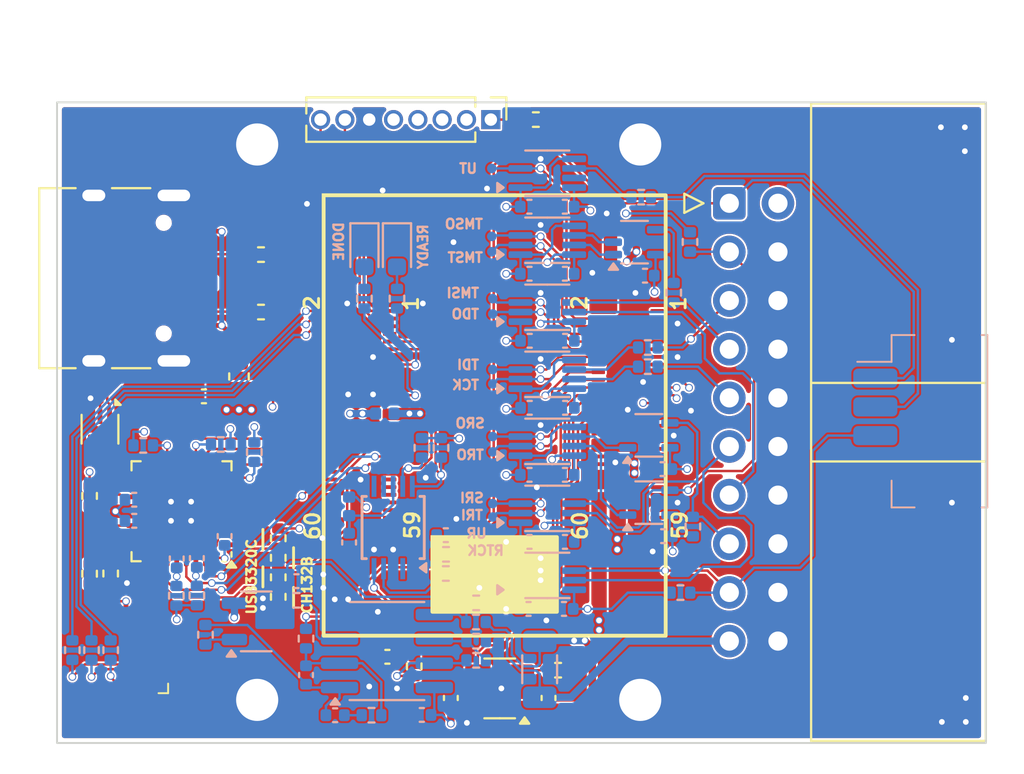
<source format=kicad_pcb>
(kicad_pcb (version 20241229) (generator "pcbnew") (generator_version "9.0")
  (layers (0 "F.Cu" signal) (4 "In1.Cu" power) (6 "In2.Cu" mixed) (2 "B.Cu" signal) (13 "F.Paste" user) (15 "B.Paste" user) (5 "F.SilkS" user "F.Silkscreen") (7 "B.SilkS" user "B.Silkscreen") (1 "F.Mask" user) (3 "B.Mask" user) (25 "Edge.Cuts" user))
  (net 0 "")
  (net 1 "+1V8")
  (net 2 "GND")
  (net 3 "Net-(J4-CC2)")
  (net 4 "/USB3320/USB_D-")
  (net 5 "+5V")
  (net 6 "/USB3320/USB_D+")
  (net 7 "Net-(J4-CC1)")
  (net 10 "Net-(U2-ID)")
  (net 11 "Net-(U2-VBUS)")
  (net 12 "Net-(U2-RBIAS)")
  (net 13 "/USB3320/D+")
  (net 14 "/USB3320/D-")
  (net 16 "Net-(C2-Pad1)")
  (net 17 "Net-(C3-Pad1)")
  (net 19 "+3V3")
  (net 20 "/GW5A_LV25MG121N/ULPI.DATA0")
  (net 21 "/GW5A_LV25MG121N/ULPI.DATA6")
  (net 22 "/GW5A_LV25MG121N/ULPI.DATA4")
  (net 25 "/GW5A_LV25MG121N/ULPI.RESETB")
  (net 27 "/GW5A_LV25MG121N/ULPI.DATA7")
  (net 29 "/GW5A_LV25MG121N/ULPI.DATA5")
  (net 30 "/GW5A_LV25MG121N/ULPI.NXT")
  (net 31 "/GW5A_LV25MG121N/ULPI.STP")
  (net 32 "/GW5A_LV25MG121N/ULPI.DATA1")
  (net 33 "/GW5A_LV25MG121N/ULPI.CLK")
  (net 34 "/GW5A_LV25MG121N/ULPI.DATA2")
  (net 35 "/GW5A_LV25MG121N/B10_IOL12B")
  (net 36 "/GW5A_LV25MG121N/K5_IOT63B")
  (net 37 "/GW5A_LV25MG121N/ULPI.DIR")
  (net 38 "/GW5A_LV25MG121N/D11_IOL9A")
  (net 39 "/GW5A_LV25MG121N/E11_IOL3A")
  (net 40 "/GW5A_LV25MG121N/ULPI.DATA3")
  (net 41 "/GW5A_LV25MG121N/E10_IOL3B")
  (net 42 "/GW5A_LV25MG121N/VCCIO6{slash}7")
  (net 43 "/GW5A_LV25MG121N/E3_IOB60A_40P")
  (net 44 "/GW5A_LV25MG121N/L5_IOT63A")
  (net 45 "/GW5A_LV25MG121N/D7_DONE")
  (net 46 "Net-(D6-GK)")
  (net 47 "/GW5A_LV25MG121N/H8_IOT66A")
  (net 48 "/GW5A_LV25MG121N/G5_IOT72B")
  (net 49 "/GW5A_LV25MG121N/F7_IOT58A_40P")
  (net 50 "/GW5A_LV25MG121N/VCCIO0{slash}1")
  (net 51 "Net-(D6-BK)")
  (net 52 "/GW5A_LV25MG121N/J8_IOT56A_40P")
  (net 53 "/GW5A_LV25MG121N/F6_IOT58B_40P")
  (net 54 "/INTERFACE/IOUT_ADC")
  (net 55 "/GW5A_LV25MG121N/A11_IOL14A")
  (net 56 "/GW5A_LV25MG121N/D10_IOL9B")
  (net 57 "/GW5A_LV25MG121N/C11_IOL5A")
  (net 58 "Net-(U2-CLKOUT)")
  (net 59 "/GW5A_LV25MG121N/F5_IOT72A")
  (net 60 "/GW5A_LV25MG121N/E8_READY")
  (net 61 "/GW5A_LV25MG121N/J5_IOT61B")
  (net 62 "/GW5A_LV25MG121N/B11_IOL12A")
  (net 63 "/GW5A_LV25MG121N/G7_IOT68A")
  (net 64 "/GW5A_LV25MG121N/H7_IOT66B")
  (net 65 "Net-(U2-REFCLK)")
  (net 66 "Net-(U2-REFSEL0)")
  (net 67 "Net-(U2-REFSEL1)")
  (net 68 "Net-(U2-REFSEL2)")
  (net 69 "/GW5A_LV25MG121N/A10_IOL14B")
  (net 70 "Net-(U15A--)")
  (net 71 "/GW5A_LV25MG121N/H5_IOT61A")
  (net 72 "Net-(C10-Pad1)")
  (net 73 "Net-(C10-Pad2)")
  (net 74 "/GW5A_LV25MG121N/K8_IOT56B_40P")
  (net 75 "/GW5A_LV25MG121N/C10_IOL5B")
  (net 76 "/GW5A_LV25MG121N/G8_IOT68B")
  (net 77 "/GW5A_LV25MG121N/H11_IOT3A_S1")
  (net 78 "/INTERFACE/VTREF_ADC")
  (net 79 "/GW5A_LV25MG121N/H2_IOB91B_40P")
  (net 80 "/GW5A_LV25MG121N/F2_IOB26A_40P")
  (net 81 "/GW5A_LV25MG121N/B2_IOB4A_40P")
  (net 82 "Net-(U8-VOUT)")
  (net 83 "/GW5A_LV25MG121N/J10_IOT1B_40P")
  (net 84 "Net-(F1-Pad1)")
  (net 85 "/GW5A_LV25MG121N/DBGIO.TCK")
  (net 86 "/GW5A_LV25MG121N/D8_RECONFIG")
  (net 87 "/GW5A_LV25MG121N/E1_IOB12B_40P")
  (net 88 "/GW5A_LV25MG121N/M0_D2_N")
  (net 89 "/GW5A_LV25MG121N/VCCIO2{slash}3")
  (net 90 "/GW5A_LV25MG121N/D1_IOB14B_40P")
  (net 91 "/GW5A_LV25MG121N/DBGIO.TMS_I")
  (net 92 "/GW5A_LV25MG121N/M0_CK_N")
  (net 93 "/GW5A_LV25MG121N/M0_D1_N")
  (net 94 "/GW5A_LV25MG121N/M0_D2_P")
  (net 95 "/GW5A_LV25MG121N/A2_JTAG_TDO")
  (net 96 "/GW5A_LV25MG121N/C2_IOB4B_40P")
  (net 97 "/GW5A_LV25MG121N/M0_D3_N")
  (net 98 "/GW5A_LV25MG121N/DBGIO.TDO")
  (net 99 "/GW5A_LV25MG121N/J11_IOT1A_40P")
  (net 100 "/GW5A_LV25MG121N/DBGIO.TDI")
  (net 101 "/GW5A_LV25MG121N/M0_D1_P")
  (net 102 "/GW5A_LV25MG121N/DBGIO.TRST_O")
  (net 103 "/GW5A_LV25MG121N/DBGIO.SRST_O")
  (net 104 "/GW5A_LV25MG121N/A1_IOB24A_40P")
  (net 105 "/GW5A_LV25MG121N/F1_IOB26B_40P")
  (net 106 "/GW5A_LV25MG121N/H1_IOB91A_40P")
  (net 107 "/GW5A_LV25MG121N/C1_JTAG_TCK")
  (net 108 "/GW5A_LV25MG121N/DBGIO.TMS_T")
  (net 109 "/GW5A_LV25MG121N/B1_JTAG_TMS")
  (net 110 "/GW5A_LV25MG121N/DBGIO.TMS_O")
  (net 111 "/GW5A_LV25MG121N/M0_D0_N")
  (net 112 "/GW5A_LV25MG121N/DBGIO.TRST_I")
  (net 113 "/GW5A_LV25MG121N/A3_JTAG_TDI")
  (net 114 "/GW5A_LV25MG121N/M0_D3_P")
  (net 115 "/GW5A_LV25MG121N/DBGIO.UART_TX")
  (net 116 "/GW5A_LV25MG121N/M0_D0_P")
  (net 117 "/GW5A_LV25MG121N/DBGIO.UART_RX")
  (net 118 "/GW5A_LV25MG121N/M0_CK_P")
  (net 119 "VTREF")
  (net 121 "/GW5A_LV25MG121N/DBGIO.PWR")
  (net 122 "/INTERFACE/TMS")
  (net 123 "/INTERFACE/TMS_T")
  (net 124 "/INTERFACE/TMS_O")
  (net 125 "VTARG")
  (net 126 "/GW5A_LV25MG121N/DBGIO.SRST_I")
  (net 127 "Net-(Q1-G)")
  (net 128 "Net-(U15A-+)")
  (net 129 "Net-(R22-Pad2)")
  (net 130 "Net-(J3-DBGACK{slash}NC)")
  (net 131 "/INTERFACE/SRST")
  (net 132 "/INTERFACE/RTCK")
  (net 133 "/INTERFACE/TRST")
  (net 134 "/INTERFACE/TDO")
  (net 135 "/INTERFACE/TCK")
  (net 136 "/INTERFACE/TDI")
  (net 137 "Net-(U15B--)")
  (net 138 "Net-(U15B-+)")
  (net 139 "/INTERFACE/SRST_O")
  (net 140 "/INTERFACE/TRST_O")
  (net 141 "Net-(U8-SET)")
  (net 143 "/INTERFACE/UART_RX")
  (net 144 "/INTERFACE/UART_TX")
  (net 148 "Net-(U14-VDD)")
  (net 149 "Net-(R7-Pad1)")
  (net 150 "/GW5A_LV25MG121N/DBGIO.RTCK")
  (net 151 "/GW5A_LV25MG121N/B3_IOB56A")
  (net 152 "/GW5A_LV25MG121N/C3_IOB56B")
  (net 155 "Net-(D6-RK)")
  (net 156 "/GW5A_LV25MG121N/K9_MCU_SWC")
  (net 157 "/GW5A_LV25MG121N/L9_MCU_SWD")
  (net 158 "Net-(D4-A)")
  (net 159 "Net-(D5-A)")
  (net 160 "Net-(U5-B1)")
  (net 161 "Net-(U5-B2)")
  (net 162 "Net-(U13-B2)")
  (footprint "Resistor_SMD:R_0402_1005Metric" (layer "F.Cu") (at 63.3 82.1525 90)
    (property "Reference" "R3" (hide yes))
    (property "Value" "8.06K,1%")
  )
  (footprint "MountingHole:MountingHole_2.2mm_M2_ISO7380_Pad_TopBottom" (layer "F.Cu") (at 90.95 59.75)
    (property "Reference" "H4" (hide yes))
    (property "Value" "MountingHole_Pad")
  )
  (footprint "Fuse:Fuse_0603_1608Metric" (layer "F.Cu") (at 70 71.8625 -90)
    (property "Reference" "F1" (hide yes))
    (property "Value" "SMD0603-050-6")
  )
  (footprint "Library:BTB-DF40C-60DS-0.4V(51)#" (layer "F.Cu") (at 76.33 73.85 90)
    (property "Reference" "J1" (hide yes))
    (property "Value" "DF40C-60DS-0.4V(51)")
  )
  (footprint "Library:test_point_0.5mm" (layer "F.Cu") (at 83.75 85.9)
    (property "Reference" "TP10" (hide yes))
    (property "Value" "~" (hide yes))
  )
  (footprint "Package_DFN_QFN:ST_UQFN-6L_1.5x1.7mm_P0.5mm" (layer "F.Cu") (at 62.7425 74.6175 -90)
    (property "Reference" "U1" (hide yes))
    (property "Value" "ECMF02-2AMX6")
  )
  (footprint "Inductor_SMD:L_0402_1005Metric" (layer "F.Cu") (at 89.9 64.15)
    (property "Reference" "FB2" (hide yes))
    (property "Value" "600Ω@100MHz")
  )
  (footprint "MountingHole:MountingHole_2.2mm_M2_ISO7380_Pad_TopBottom" (layer "F.Cu") (at 70.95 59.75)
    (property "Reference" "H1" (hide yes))
    (property "Value" "MountingHole_Pad")
  )
  (footprint "Resistor_SMD:R_0402_1005Metric" (layer "F.Cu") (at 62.2 82.1625 90)
    (property "Reference" "R1" (hide yes))
    (property "Value" "10K,1%")
  )
  (footprint "Resistor_SMD:R_0402_1005Metric" (layer "F.Cu") (at 72.05 83.37 -90)
    (property "Reference" "R11" (hide yes))
    (property "Value" "0R,1%")
  )
  (footprint "Capacitor_SMD:C_0402_1005Metric" (layer "F.Cu") (at 77.75 86.5 180)
    (property "Reference" "C8" (hide yes))
    (property "Value" "2.2nF,50V")
  )
  (footprint "Capacitor_SMD:C_0402_1005Metric" (layer "F.Cu") (at 81.0625 88.65 90)
    (property "Reference" "C13" (hide yes))
    (property "Value" "4.7uF,10V")
  )
  (footprint "Resistor_SMD:R_0402_1005Metric" (layer "F.Cu") (at 86.6625 87.2)
    (property "Reference" "R32" (hide yes))
    (property "Value" "10K,1%")
  )
  (footprint "MountingHole:MountingHole_2.2mm_M2_ISO7380_Pad_TopBottom" (layer "F.Cu") (at 70.95 88.75)
    (property "Reference" "H2" (hide yes))
    (property "Value" "MountingHole_Pad")
  )
  (footprint "Resistor_SMD:R_0402_1005Metric" (layer "F.Cu") (at 72.05 81.33 90)
    (property "Reference" "R8" (hide yes))
    (property "Value" "0R,1%")
  )
  (footprint "Resistor_SMD:R_0402_1005Metric" (layer "F.Cu") (at 85.5 58.45)
    (property "Reference" "R6" (hide yes))
    (property "Value" "5.1K,1%")
  )
  (footprint "Resistor_SMD:R_0402_1005Metric" (layer "F.Cu") (at 72.05 82.35 -90)
    (property "Reference" "R10" (hide yes))
    (property "Value" "0R,1%")
  )
  (footprint "Library:BTB-DF40C-60DS-0.4V(51)#" (layer "F.Cu") (at 90.3 73.85 90)
    (property "Reference" "J2" (hide yes))
    (property "Value" "DF40C-60DS-0.4V(51)")
  )
  (footprint "Resistor_SMD:R_0402_1005Metric" (layer "F.Cu") (at 71.15 68.5 180)
    (property "Reference" "R4" (hide yes))
    (property "Value" "5.1K,1%")
  )
  (footprint "Capacitor_SMD:C_0402_1005Metric" (layer "F.Cu") (at 68.17 72.9 180)
    (property "Reference" "C29" (hide yes))
    (property "Value" "4.7uF,10V")
  )
  (footprint "MountingHole:MountingHole_2.2mm_M2_ISO7380_Pad_TopBottom" (layer "F.Cu") (at 90.95 88.75)
    (property "Reference" "H3" (hide yes))
    (property "Value" "MountingHole_Pad")
  )
  (footprint "Package_DFN_QFN:QFN-32-1EP_5x5mm_P0.5mm_EP3.1x3.1mm" (layer "F.Cu") (at 67 78.9 180)
    (property "Reference" "U2" (hide yes))
    (property "Value" "USB3320C-EZK")
  )
  (footprint "Resistor_SMD:R_0402_1005Metric" (layer "F.Cu") (at 62.2 78.1 -90)
    (property "Reference" "R2" (hide yes))
    (property "Value" "1K,1%")
  )
  (footprint "Connector_USB:USB_C_Receptacle_HRO_TYPE-C-31-M-12" (layer "F.Cu") (at 63.47 66.73 -90)
    (property "Reference" "J4" (hide yes))
    (property "Value" "USB_C_Receptacle_USB2.0_16P")
  )
  (footprint "Resistor_SMD:R_0402_1005Metric" (layer "F.Cu") (at 72.05 80.31 90)
    (property "Reference" "R9" (hide yes))
    (property "Value" "0R,1%")
  )
  (footprint "Connector_IDC:IDC-Header_2x10_P2.54mm_Horizontal" (layer "F.Cu") (at 95.6025 62.82)
    (property "Reference" "J3" (hide yes))
    (property "Value" "Conn_ARM_JTAG_SWD_20")
  )
  (footprint "Resistor_SMD:R_0402_1005Metric" (layer "F.Cu") (at 71.15 65.5 180)
    (property "Reference" "R5" (hide yes))
    (property "Value" "5.1K,1%")
  )
  (footprint "Capacitor_SMD:C_0402_1005Metric" (layer "F.Cu") (at 86.1625 88.65 90)
    (property "Reference" "C14" (hide yes))
    (property "Value" "4.7uF,10V")
  )
  (footprint "Package_TO_SOT_SMD:SOT-23-5" (layer "F.Cu") (at 83.6125 88.15 180)
    (property "Reference" "U8" (hide yes))
    (property "Value" "MT9700")
  )
  (footprint "Resistor_SMD:R_0402_1005Metric" (layer "F.Cu") (at 79.15 87 90)
    (property "Reference" "R28" (hide yes))
    (property "Value" "33R,1%")
  )
  (footprint "Library:LED_RGBA_1615" (layer "F.Cu") (at 65.8 87.9 90)
    (property "Reference" "D6" (hide yes))
    (property "Value" "LED_RGBA")
  )
  (footprint "Inductor_SMD:L_0402_1005Metric" (layer "F.Cu") (at 72.265 72.65 180)
    (property "Reference" "FB1" (hide yes))
    (property "Value" "600Ω@100MHz")
  )
  (footprint "Connector_PinHeader_1.27mm:PinHeader_1x08_P1.27mm_Vertical" (layer "F.Cu") (at 83.15 58.45 -90)
    (property "Reference" "J6" (hide yes))
    (property "Value" "Conn_01x08_Pin")
  )
  (footprint "Library:test_point_0.5mm" (layer "B.Cu") (at 83.25 72.25)
    (property "Reference" "TP1" (hide yes))
    (property "Value" "~" (hide yes))
  )
  (footprint "Resistor_SMD:R_0402_1005Metric" (layer "B.Cu") (at 80.55 75.59 90)
    (property "Reference" "R31" (hide yes))
    (property "Value" "4.7K,1%")
  )
  (footprint "LED_SMD:LED_0603_1608Metric" (layer "B.Cu") (at 78.25 65.35 -90)
    (property "Reference" "D5" (hide yes))
    (property "Value" "NCD0603G1")
  )
  (footprint "Capacitor_SMD:C_0402_1005Metric" (layer "B.Cu") (at 69.25 80.2 90)
    (property "Reference" "C1" (hide yes))
    (property "Value" "100nF,16V")
  )
  (footprint "Library:test_point_0.5mm" (layer "B.Cu") (at 83.2 65.35)
    (property "Reference" "TP2" (hide yes))
    (property "Value" "~" (hide yes))
  )
  (footprint "Inductor_SMD:L_0402_1005Metric" (layer "B.Cu") (at 77.615 73.8 180)
    (property "Reference" "FB3" (hide yes))
    (property "Value" "600Ω@100MHz")
  )
  (footprint "Resistor_SMD:R_0402_1005Metric" (layer "B.Cu") (at 82.375 84.685 180)
    (property "Reference" "R24" (hide yes))
    (property "Value" "1K,1%")
  )
  (footprint "Capacitor_SMD:C_0402_1005Metric" (layer "B.Cu") (at 75.02 89.55)
    (property "Reference" "C10" (hide yes))
    (property "Value" "10nF,50V")
  )
  (footprint "Capacitor_SMD:C_0402_1005Metric" (layer "B.Cu") (at 73.5 87.45 90)
    (property "Reference" "C9" (hide yes))
    (property "Value" "10pF,50V")
  )
  (footprint "Capacitor_SMD:C_0402_1005Metric" (layer "B.Cu") (at 86.97 84)
    (property "Reference" "C24" (hide yes))
    (property "Value" "100nF,16V")
  )
  (footprint "Resistor_SMD:R_0402_1005Metric" (layer "B.Cu") (at 79.55 75.59 90)
    (property "Reference" "R30" (hide yes))
    (property "Value" "4.7K,1%")
  )
  (footprint "Capacitor_SMD:C_0402_1005Metric" (layer "B.Cu") (at 75.75 80.53 -90)
    (property "Reference" "C12" (hide yes))
    (property "Value" "100nF,16V")
  )
  (footprint "Resistor_SMD:R_0402_1005Metric" (layer "B.Cu") (at 78.25 67.8 -90)
    (property "Reference" "R35" (hide yes))
    (property "Value" "10K,1%")
  )
  (footprint "Resistor_SMD:R_0402_1005Metric" (layer "B.Cu") (at 65 75.4625)
    (property "Reference" "R14" (hide yes))
    (property "Value" "0R,1%")
  )
  (footprint "Inductor_SMD:L_0402_1005Metric" (layer "B.Cu") (at 75.75 78.645 90)
    (property "Reference" "FB4" (hide yes))
    (property "Value" "600Ω@100MHz")
  )
  (footprint "Resistor_SMD:R_0402_1005Metric" (layer "B.Cu") (at 62.3 86.15 90)
    (property "Reference" "R37" (hide yes))
    (property "Value" "1K,1%")
  )
  (footprint "Capacitor_SMD:C_0402_1005Metric" (layer "B.Cu") (at 85.17 80.5 180)
    (property "Reference" "C15" (hide yes))
    (property "Value" "100nF,16V")
  )
  (footprint "Package_SO:VSSOP-8_2.3x2mm_P0.5mm" (layer "B.Cu") (at 86.1 68.25)
    (property "Reference" "U4" (hide yes))
    (property "Value" "SN74LVC2T45DCUR")
  )
  (footprint "Capacitor_SMD:C_0402_1005Metric" (layer "B.Cu") (at 85.165 63 180)
    (property "Reference" "C17" (hide yes))
    (property "Value" "100nF,16V")
  )
  (footprint "Library:test_point_0.5mm" (layer "B.Cu") (at 83.2 61)
    (property "Reference" "TP8" (hide yes))
    (property "Value" "~" (hide yes))
  )
  (footprint "Library:test_point_0.5mm" (layer "B.Cu") (at 83.25 81.75)
    (property "Reference" "TP9" (hide yes))
    (property "Value" "~" (hide yes))
  )
  (footprint "Capacitor_SMD:C_0402_1005Metric" (layer "B.Cu") (at 92.12 76.7)
    (property "Reference" "C31" (hide yes))
    (property "Value" "100nF,16V")
  )
  (footprint "Package_SO:VSSOP-8_2.3x2mm_P0.5mm" (layer "B.Cu") (at 86.1 75.25)
    (property "Reference" "U6" (hide yes))
    (property "Value" "SN74LVC2T45DCUR")
  )
  (footprint "Capacitor_SMD:C_0402_1005Metric" (layer "B.Cu") (at 64.53 78.3)
    (property "Reference" "C4" (hide yes))
    (property "Value" "100nF,16V")
  )
  (footprint "Resistor_SMD:R_0402_1005Metric" (layer "B.Cu") (at 70.8 75.8125 -90)
    (property "Reference" "R12" (hide yes))
    (property "Value" "0R,1%")
  )
  (footprint "Capacitor_SMD:C_0402_1005Metric" (layer "B.Cu") (at 85.18 70 180)
    (property "Reference" "C19" (hide yes))
    (property "Value" "100nF,16V")
  )
  (footprint "Capacitor_SMD:C_0402_1005Metric" (layer "B.Cu") (at 73 82.55)
    (property "Reference" "C6" (hide yes))
    (property "Value" "4.7uF,10V")
  )
  (footprint "Library:ZH_SM04_1.50mm_Horizontal" (layer "B.Cu") (at 105.275 74.2 -90)
    (property "Reference" "J5" (hide yes))
    (property "Value" "WAFER-ZH1.5-4PWB")
  )
  (footprint "Resistor_SMD:R_0402_1005Metric" (layer "B.Cu") (at 73 83.55 180)
    (property "Reference" "R20" (hide yes))
    (property "Value" "33R,1%")
  )
  (footprint "Library:test_point_0.5mm" (layer "B.Cu") (at 83.25 75)
    (property "Reference" "TP12" (hide yes))
    (property "Value" "~" (hide yes))
  )
  (footprint "Package_SO:TSSOP-10_3x3mm_P0.5mm" (layer "B.Cu") (at 78.05 79.75 90)
    (property "Reference" "U14" (hide yes))
    (property "Value" "ADS1115IDGS")
  )
  (footprint "Resistor_SMD:R_0402_1005Metric" (layer "B.Cu") (at 66.73 83.31 -90)
    (property "Reference" "R15" (hide yes))
    (property "Value" "0R,1%")
  )
  (footprint "Resistor_SMD:R_0402_1005Metric" (layer "B.Cu") (at 91.35 71.35)
    (property "Reference" "R40" (hide yes))
    (property "Value" "33R,1%")
  )
  (footprint "Package_SO:VSSOP-8_2.3x2mm_P0.5mm" (layer "B.Cu") (at 86.1 71.75)
    (property "Reference" "U5" (hide yes))
    (property "Value" "SN74LVC2T45DCUR")
  )
  (footprint "Resistor_SMD:R_0402_1005Metric" (layer "B.Cu") (at 76.55 67.8 -90)
    (property "Reference" "R34" (hide yes))
    (property "Value" "10K,1%")
  )
  (footprint "Resistor_SMD:R_0402_1005Metric" (layer "B.Cu") (at 93.05 83.15)
    (property "Reference" "R39" (hide yes))
    (property "Value" "10K,1%")
  )
  (footprint "Library:test_point_0.5mm" (layer "B.Cu") (at 83.25 71.5)
    (property "Reference" "TP6" (hide yes))
    (property "Value" "~" (hide yes))
  )
  (footprint "Library:test_point_0.5mm" (layer "B.Cu") (at 71.65 82.55)
    (property "Reference" "TP15" (hide yes))
    (property "Value" "~" (hide yes))
  )
  (footprint "Resistor_SMD:R_0402_1005Metric" (layer "B.Cu") (at 80.81 81.15)
    (property "Reference" "R27" (hide yes))
    (property "Value" "10K,1%")
  )
  (footprint "Capacitor_SMD:C_0402_1005Metric" (layer "B.Cu") (at 87.03 70)
    (property "Reference" "C28" (hide yes))
    (property "Value" "100nF,16V")
  )
  (footprint "Package_TO_SOT_SMD:Texas_R-PDSO-G5_DCK-5" (layer "B.Cu") (at 91.4 78.45)
    (property "Reference" "U10" (hide yes))
    (property "Value" "SN74LVC1G125DCK")
  )
  (footprint "Capacitor_SMD:C_0402_1005Metric" (layer "B.Cu") (at 85.17 77 180)
    (property "Reference" "C21" (hide yes))
    (property "Value" "100nF,16V")
  )
  (footprint "Capacitor_SMD:C_0402_1005Metric" (layer "B.Cu") (at 67.8 81.35 90)
    (property "Reference" "C3" (hide yes))
    (property "Value" "100nF,16V")
  )
  (footprint "Capacitor_SMD:C_0402_1005Metric" (layer "B.Cu") (at 87.015 63)
    (property "Reference" "C23" (hide yes))
    (property "Value" "100nF,16V")
  )
  (footprint "Resistor_SMD:R_0402_1005Metric" (layer "B.Cu") (at 82.385 86.685 180)
    (property "Reference" "R22" (hide yes))
    (property "Value" "10K,1%")
  )
  (footprint "Resistor_SMD:R_0402_1005Metric" (layer "B.Cu") (at 91.35 70.35)
    (property "Reference" "R41" (hide yes))
    (property "Value" "33R,1%")
  )
  (footprint "Resistor_SMD:R_0402_1005Metric" (layer "B.Cu") (at 80.8 82.15 180)
    (property "Reference" "R26" (hide yes))
    (property "Value" "10K,1%")
  )
  (footprint "Resistor_SMD:R_0402_1005Metric" (layer "B.Cu") (at 73.5 85.55 -90)
    (property "Reference" "R21" (hide yes))
    (property "Value" "10K,1%")
  )
  (footprint "Package_SO:VSSOP-8_2.3x2mm_P0.5mm" (layer "B.Cu") (at 86.1 78.75)
    (property "Reference" "U9" (hide yes))
    (property "Value" "SN74LVC2T45DCUR")
  )
  (footprint "Capacitor_SMD:C_0402_1005Metric" (layer "B.Cu") (at 66.75 81.37 90)
    (property "Reference" "C2" (hide yes))
    (property "Value" "100nF,16V")
  )
  (footprint "Resistor_SMD:R_0402_1005Metric" (layer "B.Cu") (at 68.25 85.35 -90)
    (property "Reference" "R18" (hide yes))
    (property "Value" "33R,1%")
  )
  (footprint "Capacitor_SMD:C_0402_1005Metric" (layer "B.Cu") (at 80.8 80.15)
    (property "Reference" "C11" (hide yes))
    (property "Value" "2.2nF,50V")
  )
  (footprint "Library:test_point_0.5mm" (layer "B.Cu") (at 83.25 68.6)
    (property "Reference" "TP5" (hide yes))
    (property "Value" "~" (hide yes))
  )
  (footprint "Capacitor_SMD:C_0402_1005Metric" (layer "B.Cu") (at 91.2 66.6)
    (property "Reference" "C32" (hide yes))
    (property "Value" "100nF,16V")
  )
  (footprint "Package_SO:VSSOP-8_2.3x2mm_P0.5mm" (layer "B.Cu") (at 86.1 64.75)
    (property "Reference" "U7" (hide yes))
    (property "Value" "SN74LVC2T45DCUR")
  )
  (footprint "Resistor_SMD:R_0402_1005Metric" (layer "B.Cu") (at 92.7 67.49 -90)
    (property "Reference" "R7" (hide yes))
    (property "Value" "33R,1%")
  )
  (footprint "Resistor_SMD:R_0402_1005Metric" (layer "B.Cu") (at 67.8 83.3 -90)
    (property "Reference" "R16" (hide yes))
    (property "Value" "0R,1%")
  )
  (footprint "Library:test_point_0.5mm" (layer "B.Cu") (at 83.25 78.5)
    (property "Reference" "TP11" (hide yes))
    (property "Value" "~" (hide yes))
  )
  (footprint "Package_TO_SOT_SMD:Texas_R-PDSO-G5_DCK-5" (layer "B.Cu") (at 91.4 74.9375)
    (property "Reference" "U11" (hide yes))
    (property "Value" "SN74LVC1G125DCK")
  )
  (footprint "Capacitor_SMD:C_0402_1005Metric" (layer "B.Cu") (at 85.12 84 180)
    (property "Reference" "C16" (hide yes))
    (property "Value" "100nF,16V")
  )
  (footprint "Resistor_SMD:R_0402_1005Metric" (layer "B.Cu") (at 82.385 83.685)
    (property "Reference" "R25" (hide yes))
    (property "Value" "10K,1%")
  )
  (footprint "Capacitor_SMD:C_0402_1005Metric" (layer "B.Cu") (at 79.545 89.535 180)
    (property "Reference" "C7" (hide yes))
    (property "Value" "4.7uF,10V")
  )
  (footprint "Library:test_point_0.5mm" (layer "B.Cu") (at 83.2 64.55)
    (property "Reference" "TP3" (hide yes))
    (property "Value" "~" (hide yes))
  )
  (footprint "Package_TO_SOT_SMD:Texas_R-PDSO-G5_DCK-5" (layer "B.Cu") (at 90.65 64.85)
    (property "Reference" "U3" (hide yes))
    (property "Value" "SN74LVC1G125DCK")
  )
  (footprint "Capacitor_SMD:C_0402_1005Metric" (layer "B.Cu") (at 87.02 66.5)
    (property "Reference" "C22" (hide yes))
    (property "Value" "100nF,16V")
  )
  (footprint "Resistor_SMD:R_0402_1005Metric" (layer "B.Cu") (at 76.92 89.55 180)
    (property "Reference" "R19" (hide yes))
    (property "Value" "10K,1%")
  )
  (footprint "Resistor_SMD:R_0402_1005Metric" (layer "B.Cu") (at 69.05 75.4125 180)
    (property "Reference" "R13" (hide yes))
    (property "Value" "0R,1%")
  )
  (footprint "Resistor_SMD:R_0402_1005Metric" (layer "B.Cu") (at 91 62.5)
    (property "Reference" "R42" (hide yes))
    (property "Value" "33R,1%")
  )
  (footprint "Capacitor_SMD:C_0402_1005Metric" (layer "B.Cu") (at 85.17 66.5 180)
    (property "Reference" "C18" (hide yes))
    (property "Value" "100nF,16V")
  )
  (footprint "Library:test_point_0.5mm" (layer "B.Cu") (at 83.25 82.5)
    (property "Reference" "TP7" (hide yes))
    (property "Value" "~" (hide yes))
  )
  (footprint "Resistor_SMD:R_0402_1005Metric" (layer "B.Cu") (at 82.385 85.685 180)
    (property "Reference" "R23" (hide yes))
    (property "Value" "1K,1%")
  )
  (footprint "Capacitor_SMD:C_0402_1005Metric" (layer "B.Cu") (at 87.02 77)
    (property "Reference" "C26" (hide yes))
    (property "Value" "100nF,16V")
  )
  (footprint "Library:test_point_0.5mm" (layer "B.Cu") (at 83.25 75.8)
    (property "Reference" "TP14" (hide yes))
    (property "Value" "~" (hide yes))
  )
  (footprint "Capacitor_SMD:C_0402_1005Metric" (layer "B.Cu") (at 85.18 73.5 180)
    (property "Reference" "C20" (hide yes))
    (property "Value" "100nF,16V")
  )
  (footprint "Capacitor_SMD:C_0402_1005Metric" (layer "B.Cu") (at 87.03 73.5)
    (property "Reference" "C27" (hide yes))
    (property "Value" "100nF,16V")
  )
  (footprint "Package_TO_SOT_SMD:SOT-23-3" (layer "B.Cu") (at 70.9 84.65)
    (property "Reference" "Q1" (hide yes))
    (property "Value" "SI2305")
  )
  (footprint "Capacitor_SMD:C_0402_1005Metric" (layer "B.Cu") (at 87.02 80.5)
    (property "Reference" "C25" (hide yes))
    (property "Value" "100nF,16V")
  )
  (footprint "Package_SO:VSSOP-8_2.3x2mm_P0.5mm" (layer "B.Cu") (at 86.1 82.25)
    (property "Reference" "U12" (hide yes))
    (property "Value" "SN74LVC2T45DCUR")
  )
  (footprint "Library:test_point_0.5mm" (layer "B.Cu") (at 83.25 79.2)
    (property "Reference" "TP13" (hide yes))
    (property "Value" "~" (hide yes))
  )
  (footprint "Resistor_SMD:R_0402_1005Metric" (layer "B.Cu") (at 63.3 86.15 90)
    (property "Reference" "R36" (hide yes))
    (property "Value" "1K,1%")
  )
  (footprint "Resistor_SMD:R_0402_1005Metric" (layer "B.Cu") (at 61.3 86.15 90)
    (property "Reference" "R38" (hide yes))
    (property "Value" "1K,1%")
  )
  (footprint "Resistor_SMD:R_0402_1005Metric" (layer "B.Cu") (at 93.7 79.7 -90)
    (property "Reference" "R33" (hide yes))
    (property "Value" "4.7K,1%")
  )
  (footprint "Resistor_SMD:R_0402_1005Metric" (layer "B.Cu") (at 93.55 64.84 90)
    (property "Reference" "R29" (hide yes))
    (property "Value" "4.7K,1%")
  )
  (footprint "Resistor_SMD:R_1206_3216Metric" (layer "B.Cu") (at 85.7 87.15 -90)
    (property "Reference" "R17" (hide yes))
    (property "Value" "100mR,1%,1W")
  )
  (footprint "LED_SMD:LED_0603_1608Metric" (layer "B.Cu") (at 76.55 65.35 -90)
    (property "Reference" "D4" (hide yes))
    (property "Value" "NCD0603G1")
  )
  (footprint "Package_SO:VSSOP-8_2.3x2mm_P0.5mm" (layer "B.Cu") (at 86.1 61.25)
    (property "Reference" "U13" (hide yes))
    (property "Value" "SN74LVC2T45DCUR")
  )
  (footprint "Library:test_point_0.5mm" (layer "B.Cu") (at 83.25 67.8)
    (property "Reference" "TP4" (hide yes))
    (property "Value" "~" (hide yes))
  )
  (footprint "Capacitor_SMD:C_0402_1005Metric" (layer "B.Cu") (at 92.15 80.2)
    (property "Reference" "C30" (hide yes))
    (property "Value" "100nF,16V")
  )
  (footprint "Capacitor_SMD:C_0402_1005Metric" (layer "B.Cu") (at 64.53 79.4)
    (property "Reference" "C5" (hide yes))
    (property "Value" "4.7uF,10V")
  )
  (footprint "Package_SO:SOIC-8_3.9x4.9mm_P1.27mm" (layer "B.Cu") (at 77.725 86.2)
    (property "Reference" "U15" (hide yes))
    (property "Value" "LMV358")
  )
  (gr_line (start 71.25 81.8) (end 71.25 82.85) (stroke (width 0.15)) (layer "F.SilkS"))
  (gr_rect (start 80.1 80.25) (end 86.6 84.15) (stroke (width 0.2)) (fill yes) (layer "F.SilkS"))
  (gr_line (start 71.25 79.85) (end 71.25 80.9) (stroke (width 0.15)) (layer "F.SilkS"))
  (gr_line (start 72.85 82.875) (end 72.85 83.925) (stroke (width 0.15)) (layer "F.SilkS"))
  (gr_line (start 72.85 80.8) (end 72.85 81.85) (stroke (width 0.15)) (layer "F.SilkS"))
  (gr_rect (start 74.42 62.4) (end 92.28 85.4) (stroke (width 0.2)) (fill no) (layer "F.SilkS"))
  (gr_rect (start 60.5 57.55) (end 109 91) (stroke (width 0.1)) (fill no) (layer "Edge.Cuts"))
  (gr_text "CH132B" (at 73.85 84.3 90) (layer "F.SilkS") (effects (font (size 0.5 0.5) (thickness 0.125) (bold yes)) (justify left bottom)))
  (gr_text "USB3320C" (at 70.95 84.35 90) (layer "F.SilkS") (effects (font (size 0.5 0.5) (thickness 0.125) (bold yes)) (justify left bottom)))
  (gr_text "TRO" (at 82.85 76.25 0) (layer "B.SilkS") (effects (font (size 0.5 0.5) (thickness 0.125) (bold yes)) (justify left bottom mirror)))
  (gr_text "SRI" (at 82.85 78.5 0) (layer "B.SilkS") (effects (font (size 0.5 0.5) (thickness 0.125) (bold yes)) (justify left bottom mirror)))
  (gr_text "TMSI" (at 82.6 67.8 0) (layer "B.SilkS") (effects (font (size 0.5 0.5) (thickness 0.125) (bold yes)) (justify left bottom mirror)))
  (gr_text "TCK" (at 82.6 72.6 0) (layer "B.SilkS") (effects (font (size 0.5 0.5) (thickness 0.125) (bold yes)) (justify left bottom mirror)))
  (gr_text "SRO" (at 82.9 74.6 0) (layer "B.SilkS") (effects (font (size 0.5 0.5) (thickness 0.125) (bold yes)) (justify left bottom mirror)))
  (gr_text "TRI" (at 82.8 79.4 0) (layer "B.SilkS") (effects (font (size 0.5 0.5) (thickness 0.125) (bold yes)) (justify left bottom mirror)))
  (gr_text "TMSO" (at 82.8 64.2 0) (layer "B.SilkS") (effects (font (size 0.5 0.5) (thickness 0.125) (bold yes)) (justify left bottom mirror)))
  (gr_text "UR" (at 83 80.35 0) (layer "B.SilkS") (effects (font (size 0.5 0.5) (thickness 0.125) (bold yes)) (justify left bottom mirror)))
  (gr_text "RTCK" (at 83.9 81.25 0) (layer "B.SilkS") (effects (font (size 0.5 0.5) (thickness 0.125) (bold yes)) (justify left bottom mirror)))
  (gr_text "UT" (at 82.5 61.3 0) (layer "B.SilkS") (effects (font (size 0.5 0.5) (thickness 0.125) (bold yes)) (justify left bottom mirror)))
  (gr_text "DONE" (at 75.5 63.74 90) (layer "B.SilkS") (effects (font (size 0.5 0.5) (thickness 0.125) (bold yes)) (justify left bottom mirror)))
  (gr_text "TDI" (at 82.6 71.55 0) (layer "B.SilkS") (effects (font (size 0.5 0.5) (thickness 0.125) (bold yes)) (justify left bottom mirror)))
  (gr_text "TMST" (at 82.8 65.95 0) (layer "B.SilkS") (effects (font (size 0.5 0.5) (thickness 0.125) (bold yes)) (justify left bottom mirror)))
  (gr_text "TDO" (at 82.6 68.9 0) (layer "B.SilkS") (effects (font (size 0.5 0.5) (thickness 0.125) (bold yes)) (justify left bottom mirror)))
  (gr_text "READY" (at 79.9 63.85 90) (layer "B.SilkS") (effects (font (size 0.5 0.5) (thickness 0.125) (bold yes)) (justify left bottom mirror)))
  (segment (start 68.75 81.3375) (end 69.225 81.3375) (width 0.127) (layer "F.Cu") (net 1))
  (segment (start 73.15 79.8) (end 72.05 79.8) (width 0.127) (layer "F.Cu") (net 1))
  (segment (start 69.225 81.3375) (end 69.25 81.3625) (width 0.127) (layer "F.Cu") (net 1))
  (via (at 66.75 84.55) (size 0.4) (drill 0.3) (layers "F.Cu" "B.Cu") (net 1))
  (via (at 69.25 81.3625) (size 0.4) (drill 0.3) (layers "F.Cu" "B.Cu") (net 1))
  (via (at 76.45 73.8) (size 0.4) (drill 0.3) (layers "F.Cu" "B.Cu") (net 1))
  (via (at 70.8 74.5) (size 0.4) (drill 0.3) (layers "F.Cu" "B.Cu") (net 1))
  (via (at 73.15 79.8) (size 0.4) (drill 0.3) (layers "F.Cu" "B.Cu") (net 1))
  (via (at 90.65 76.4) (size 0.4) (drill 0.3) (layers "F.Cu" "B.Cu") (net 1))
  (via (at 90.65 76.9) (size 0.4) (drill 0.3) (layers "F.Cu" "B.Cu") (net 1))
  (via (at 65.05 74.75) (size 0.4) (drill 0.3) (layers "F.Cu" "B.Cu") (net 1))
  (via (at 69.55 74.6) (size 0.4) (drill 0.3) (layers "F.Cu" "B.Cu") (net 1))
  (via (at 75.8 73.8) (size 0.4) (drill 0.3) (layers "F.Cu" "B.Cu") (net 1))
  (segment (start 69.56 74.61) (end 69.55 74.6) (width 0.127) (layer "B.Cu") (net 1))
  (segment (start 70.8 75.3025) (end 70.8 74.5) (width 0.127) (layer "B.Cu") (net 1))
  (segment (start 65.05 74.75) (end 64.5 74.75) (width 0.127) (layer "B.Cu") (net 1))
  (segment (start 64.49 74.76) (end 64.49 75.4625) (width 0.127) (layer "B.Cu") (net 1))
  (segment (start 77.13 73.8) (end 76.45 73.8) (width 0.381) (layer "B.Cu") (net 1))
  (segment (start 76.45 73.8) (end 75.8 73.8) (width 0.381) (layer "B.Cu") (net 1))
  (segment (start 66.74 83.81) (end 66.73 83.82) (width 0.127) (layer "B.Cu") (net 1))
  (segment (start 66.73 83.82) (end 66.73 84.53) (width 0.127) (layer "B.Cu") (net 1))
  (segment (start 66.73 84.53) (end 66.75 84.55) (width 0.127) (layer "B.Cu") (net 1))
  (segment (start 67.8 83.81) (end 66.74 83.81) (width 0.127) (layer "B.Cu") (net 1))
  (segment (start 64.5 74.75) (end 64.49 74.76) (width 0.127) (layer "B.Cu") (net 1))
  (segment (start 69.56 75.4125) (end 69.56 74.61) (width 0.127) (layer "B.Cu") (net 1))
  (segment (start 69.25 81.3625) (end 69.25 80.68) (width 0.127) (layer "B.Cu") (net 1))
  (segment (start 64.1375 82.6625) (end 64.15 82.65) (width 0.127) (layer "F.Cu") (net 2))
  (via (at 88.45 66.45) (size 0.4) (drill 0.3) (layers "F.Cu" "B.Cu") (net 2))
  (via (at 91.1 72.15) (size 0.4) (drill 0.3) (layers "F.Cu" "B.Cu") (net 2))
  (via (at 107.95 88.65) (size 0.4) (drill 0.3) (layers "F.Cu" "B.Cu") (net 2))
  (via (at 93.6 73.65) (size 0.4) (drill 0.3) (layers "F.Cu" "B.Cu") (net 2))
  (via (at 75.7 72.8) (size 0.4) (drill 0.3) (layers "F.Cu" "B.Cu") (net 2))
  (via (at 77.5 62.15) (size 0.4) (drill 0.3) (layers "F.Cu" "B.Cu") (net 2))
  (via (at 92.7 74.95) (size 0.4) (drill 0.3) (layers "F.Cu" "B.Cu") (net 2))
  (via (at 73.55 62.85) (size 0.4) (drill 0.3) (layers "F.Cu" "B.Cu") (net 2))
  (via (at 92.9 69.1) (size 0.4) (drill 0.3) (layers "F.Cu" "B.Cu") (net 2))
  (via (at 107.95 89.9) (size 0.4) (drill 0.3) (layers "F.Cu" "B.Cu") (net 2))
  (via (at 90.7 67.5) (size 0.4) (drill 0.3) (layers "F.Cu" "B.Cu") (net 2))
  (via (at 66.45 79.4) (size 0.4) (drill 0.3) (layers "F.Cu" "B.Cu") (net 2))
  (via (at 85.75 70.95) (size 0.4) (drill 0.3) (layers "F.Cu" "B.Cu") (net 2))
  (via (at 74.4 82.2) (size 0.4) (drill 0.3) (layers "F.Cu" "B.Cu") (net 2))
  (via (at 107.9 58.85) (size 0.4) (drill 0.3) (layers "F.Cu" "B.Cu") (net 2))
  (via (at 89.65 76.35) (size 0.4) (drill 0.3) (layers "F.Cu" "B.Cu") (net 2))
  (via (at 85.75 81.35) (size 0.4) (drill 0.3) (layers "F.Cu" "B.Cu") (net 2))
  (via (at 81.35 79.3) (size 0.4) (drill 0.3) (layers "F.Cu" "B.Cu") (net 2))
  (via (at 77 72.8) (size 0.4) (drill 0.3) (layers "F.Cu" "B.Cu") (net 2))
  (via (at 85.75 60.5) (size 0.4) (drill 0.3) (layers "F.Cu" "B.Cu") (net 2))
  (via (at 81.2 64.85) (size 0.4) (drill 0.3) (layers "F.Cu" "B.Cu") (net 2))
  (via (at 78.05 80.9) (size 0.4) (drill 0.3) (layers "F.Cu" "B.Cu") (net 2))
  (via (at 75 83.5) (size 0.4) (drill 0.3) (layers "F.Cu" "B.Cu") (net 2))
  (via (at 67.5 78.4) (size 0.4) (drill 0.3) (layers "F.Cu" "B.Cu") (net 2))
  (via (at 75.65 68.05) (size 0.4) (drill 0.3) (layers "F.Cu" "B.Cu") (net 2))
  (via (at 77 70.85) (size 0.4) (drill 0.3) (layers "F.Cu" "B.Cu") (net 2))
  (via (at 81.9 89.95) (size 0.4) (drill 0.3) (layers "F.Cu" "B.Cu") (net 2))
  (via (at 85.75 63.95) (size 0.4) (drill 0.3) (layers "F.Cu" "B.Cu") (net 2))
  (via (at 107.225 78.45) (size 0.4) (drill 0.3) (layers "F.Cu" "B.Cu") (net 2))
  (via (at 79.6 68.05) (size 0.4) (drill 0.3) (layers "F.Cu" "B.Cu") (net 2))
  (via (at 91.6 81) (size 0.4) (drill 0.3) (layers "F.Cu" "B.Cu") (net 2))
  (via (at 90.3 73.6) (size 0.4) (drill 0.3) (layers "F.Cu" "B.Cu") (net 2))
  (via (at 62.25 73) (size 0.4) (drill 0.3) (layers "F.Cu" "B.Cu") (net 2))
  (via (at 85.75 67.5) (size 0.4) (drill 0.3) (layers "F.Cu" "B.Cu") (net 2))
  (via (at 86.05 84.6) (size 0.4) (drill 0.3) (layers "F.Cu" "B.Cu") (net 2))
  (via (at 106.65 58.85) (size 0.4) (drill 0.3) (layers "F.Cu" "B.Cu") (net 2))
  (via (at 106.7 89.9) (size 0.4) (drill 0.3) (layers "F.Cu" "B.Cu") (net 2))
  (via (at 78.25 88.15) (size 0.4) (drill 0.3) (layers "F.Cu" "B.Cu") (net 2))
  (via (at 66.45 78.4) (size 0.4) (drill 0.3) (layers "F.Cu" "B.Cu") (net 2))
  (via (at 74.35 80.3) (size 0.4) (drill 0.3) (layers "F.Cu" "B.Cu") (net 2))
  (via (at 107.225 69.95) (size 0.4) (drill 0.3) (layers "F.Cu" "B.Cu") (net 2))
  (via (at 82.55 82.9) (size 0.4) (drill 0.3) (layers "F.Cu" "B.Cu") (net 2))
  (via (at 92.9 70.85) (size 0.4) (drill 0.3) (layers "F.Cu" "B.Cu") (net 2))
  (via (at 107.9 60.1) (size 0.4) (drill 0.3) (layers "F.Cu" "B.Cu") (net 2))
  (via (at 77.25 84.15) (size 0.4) (drill 0.3) (layers "F.Cu" "B.Cu") (net 2))
  (via (at 79.75 77.15) (size 0.4) (drill 0.3) (layers "F.Cu" "B.Cu") (net 2))
  (via (at 76.35 77.25) (size 0.4) (drill 0.3) (layers "F.Cu" "B.Cu") (net 2))
  (via (at 75.7 83.5) (size 0.4) (drill 0.3) (layers "F.Cu" "B.Cu") (net 2))
  (via (at 89.2 63.35) (size 0.4) (drill 0.3) (layers "F.Cu" "B.Cu") (net 2))
  (via (at 77.05 80.9) (size 0.4) (drill 0.3) (layers "F.Cu" "B.Cu") (net 2))
  (via (at 74.4 82.9) (size 0.4) (drill 0.3) (layers "F.Cu" "B.Cu") (net 2))
  (via (at 92.9 78.45) (size 0.4) (drill 0.3) (layers "F.Cu" "B.Cu") (net 2))
  (via (at 82.95 62.05) (size 0.4) (drill 0.3) (layers "F.Cu" "B.Cu") (net 2))
  (via (at 85.75 74.4) (size 0.4) (drill 0.3) (layers "F.Cu" "B.Cu") (net 2))
  (via (at 67.5 79.4) (size 0.4) (drill 0.3) (layers "F.Cu" "B.Cu") (net 2))
  (via (at 76.8 88.05) (size 0.4) (drill 0.3) (layers "F.Cu" "B.Cu") (net 2))
  (via (at 83.7 88.15) (size 0.4) (drill 0.3) (layers "F.Cu" "B.Cu") (net 2))
  (via (at 85.55 77.65) (size 0.4) (drill 0.3) (layers "F.Cu" "B.Cu") (net 2))
  (via (at 64.15 82.65) (size 0.4) (drill 0.3) (layers "F.Cu" "B.Cu") (net 2))
  (segment (start 70.62 68.48) (end 70.64 68.5) (width 0.127) (layer "F.Cu") (net 3))
  (segment (start 67.515 68.48) (end 70.62 68.48) (width 0.127) (layer "F.Cu") (net 3))
  (segment (start 66.55 66.1) (end 66.55 66.98) (width 0.12954) (layer "F.Cu") (net 4))
  (segment (start 62.7425 73.93) (end 62.7425 73.311249) (width 0.12954) (layer "F.Cu") (net 4))
  (segment (start 66.305769 67.10173) (end 66.427499 66.98) (width 0.12954) (layer "F.Cu") (net 4))
  (segment (start 62.7425 73.311249) (end 62.86423 73.189519) (width 0.12954) (layer "F.Cu") (net 4))
  (segment (start 67.515 65.98) (end 66.67 65.98) (width 0.12954) (layer "F.Cu") (net 4))
  (segment (start 62.86423 73.189519) (end 62.86423 72.754368) (width 0.12954) (layer "F.Cu") (net 4))
  (segment (start 66.67 65.98) (end 66.55 66.1) (width 0.12954) (layer "F.Cu") (net 4))
  (segment (start 64.67173 67.546868) (end 65.116868 67.10173) (width 0.12954) (layer "F.Cu") (net 4))
  (segment (start 65.116868 67.10173) (end 66.305769 67.10173) (width 0.12954) (layer "F.Cu") (net 4))
  (segment (start 64.67173 70.946868) (end 64.67173 67.546868) (width 0.12954) (layer "F.Cu") (net 4))
  (segment (start 62.86423 72.754368) (end 64.67173 70.946868) (width 0.12954) (layer "F.Cu") (net 4))
  (segment (start 66.427499 66.98) (end 67.515 66.98) (width 0.12954) (layer "F.Cu") (net 4))
  (segment (start 82.475 89.1) (end 81.0925 89.1) (width 0.381) (layer "F.Cu") (net 5))
  (segment (start 81.0925 89.1) (end 81.0625 89.13) (width 0.381) (layer "F.Cu") (net 5))
  (segment (start 62.2 77.59) (end 62.2 76.85) (width 0.127) (layer "F.Cu") (net 5))
  (segment (start 81.0625 89.9875) (end 81.0625 89.13) (width 0.381) (layer "F.Cu") (net 5))
  (via (at 88.8 85.1) (size 0.4) (drill 0.3) (layers "F.Cu" "B.Cu") (net 5))
  (via (at 62.2 76.85) (size 0.4) (drill 0.3) (layers "F.Cu" "B.Cu") (net 5))
  (via (at 88.8 84.6) (size 0.4) (drill 0.3) (layers "F.Cu" "B.Cu") (net 5))
  (via (at 69.75 84.45) (size 0.4) (drill 0.3) (layers "F.Cu" "B.Cu") (net 5))
  (via (at 70 73.6) (size 0.4) (drill 0.3) (layers "F.Cu" "B.Cu") (net 5))
  (via (at 81.0625 89.9875) (size 0.4) (drill 0.3) (layers "F.Cu" "B.Cu") (net 5))
  (via (at 70.65 73.6) (size 0.4) (drill 0.3) (layers "F.Cu" "B.Cu") (net 5))
  (via (at 69.35 73.6) (size 0.4) (drill 0.3) (layers "F.Cu" "B.Cu") (net 5))
  (segment (start 69.7625 83.7) (end 69.7625 84.4375) (width 0.381) (layer "B.Cu") (net 5))
  (segment (start 69.7625 84.4375) (end 69.75 84.45) (width 0.381) (layer "B.Cu") (net 5))
  (segment (start 80.2 88.105) (end 80.2 89.36) (width 0.127) (layer "B.Cu") (net 5))
  (segment (start 80.2 89.36) (end 80.025 89.535) (width 0.127) (layer "B.Cu") (net 5))
  (segment (start 80.61 89.535) (end 81.0625 89.9875) (width 0.127) (layer "B.Cu") (net 5))
  (segment (start 80.025 89.535) (end 80.61 89.535) (width 0.127) (layer "B.Cu") (net 5))
  (segment (start 66.305769 67.35827) (end 66.427499 67.48) (width 0.12954) (layer "F.Cu") (net 6))
  (segment (start 64.92827 67.653132) (end 65.223132 67.35827) (width 0.12954) (layer "F.Cu") (net 6))
  (segment (start 63.12077 72.860632) (end 64.92827 71.053132) (width 0.12954) (layer "F.Cu") (net 6))
  (segment (start 64.92827 71.053132) (end 64.92827 67.653132) (width 0.12954) (layer "F.Cu") (net 6))
  (segment (start 65.223132 67.35827) (end 66.305769 67.35827) (width 0.12954) (layer "F.Cu") (net 6))
  (segment (start 63.2425 73.93) (end 63.2425 73.311249) (width 0.12954) (layer "F.Cu") (net 6))
  (segment (start 68.8 67.23) (end 68.55 67.48) (width 0.12954) (layer "F.Cu") (net 6))
  (segment (start 67.515 66.48) (end 68.53 66.48) (width 0.12954) (layer "F.Cu") (net 6))
  (segment (start 63.2425 73.311249) (end 63.12077 73.189519) (width 0.12954) (layer "F.Cu") (net 6))
  (segment (start 68.53 66.48) (end 68.8 66.75) (width 0.12954) (layer "F.Cu") (net 6))
  (segment (start 66.427499 67.48) (end 67.515 67.48) (width 0.12954) (layer "F.Cu") (net 6))
  (segment (start 68.55 67.48) (end 67.515 67.48) (width 0.12954) (layer "F.Cu") (net 6))
  (segment (start 63.12077 73.189519) (end 63.12077 72.860632) (width 0.12954) (layer "F.Cu") (net 6))
  (segment (start 68.8 66.75) (end 68.8 67.23) (width 0.12954) (layer "F.Cu") (net 6))
  (segment (start 70.62 65.48) (end 70.64 65.5) (width 0.127) (layer "F.Cu") (net 7))
  (segment (start 67.515 65.48) (end 70.62 65.48) (width 0.127) (layer "F.Cu") (net 7))
  (segment (start 64.5625 80.15) (end 62.85 80.15) (width 0.127) (layer "F.Cu") (net 10))
  (segment (start 62.2 80.8) (end 62.2 81.6525) (width 0.127) (layer "F.Cu") (net 10))
  (segment (start 62.85 80.15) (end 62.2 80.8) (width 0.127) (layer "F.Cu") (net 10))
  (segment (start 62.5 79.65) (end 62.2 79.35) (width 0.127) (layer "F.Cu") (net 11))
  (segment (start 64.5625 79.65) (end 62.5 79.65) (width 0.127) (layer "F.Cu") (net 11))
  (segment (start 62.2 79.35) (end 62.2 78.61) (width 0.127) (layer "F.Cu") (net 11))
  (segment (start 63.85 80.65) (end 63.3 81.2) (width 0.127) (layer "F.Cu") (net 12))
  (segment (start 63.3 81.2) (end 63.3 81.6425) (width 0.127) (layer "F.Cu") (net 12))
  (segment (start 64.5625 80.65) (end 63.85 80.65) (width 0.127) (layer "F.Cu") (net 12))
  (segment (start 63.12077 77.189368) (end 63.12077 76.045481) (width 0.12954) (layer "F.Cu") (net 13))
  (segment (start 64.5625 77.65) (end 63.906249 77.65) (width 0.12954) (layer "F.Cu") (net 13))
  (segment (start 63.12077 76.045481) (end 63.2425 75.923751) (width 0.12954) (layer "F.Cu") (net 13))
  (segment (start 63.784519 77.77173) (end 63.703132 77.77173) (width 0.12954) (layer "F.Cu") (net 13))
  (segment (start 63.703132 77.77173) (end 63.12077 77.189368) (width 0.12954) (layer "F.Cu") (net 13))
  (segment (start 63.906249 77.65) (end 63.784519 77.77173) (width 0.12954) (layer "F.Cu") (net 13))
  (segment (start 63.2425 75.923751) (end 63.2425 75.305) (width 0.12954) (layer "F.Cu") (net 13))
  (segment (start 62.86423 76.045481) (end 62.7425 75.923751) (width 0.12954) (layer "F.Cu") (net 14))
  (segment (start 63.596868 78.02827) (end 62.86423 77.295632) (width 0.12954) (layer "F.Cu") (net 14))
  (segment (start 63.784519 78.02827) (end 63.596868 78.02827) (width 0.12954) (layer "F.Cu") (net 14))
  (segment (start 64.5625 78.15) (end 63.906249 78.15) (width 0.12954) (layer "F.Cu") (net 14))
  (segment (start 62.7425 75.923751) (end 62.7425 75.305) (width 0.12954) (layer "F.Cu") (net 14))
  (segment (start 63.906249 78.15) (end 63.784519 78.02827) (width 0.12954) (layer "F.Cu") (net 14))
  (segment (start 62.86423 77.295632) (end 62.86423 76.045481) (width 0.12954) (layer "F.Cu") (net 14))
  (segment (start 66.75 81.3375) (end 66.75 82.3) (width 0.127) (layer "F.Cu") (net 16))
  (via (at 66.75 82.3) (size 0.4) (drill 0.3) (layers "F.Cu" "B.Cu") (net 16))
  (segment (start 66.75 82.78) (end 66.73 82.8) (width 0.127) (layer "B.Cu") (net 16))
  (segment (start 66.75 81.85) (end 66.75 82.3) (width 0.127) (layer "B.Cu") (net 16))
  (segment (start 66.75 82.3) (end 66.75 82.78) (width 0.127) (layer "B.Cu") (net 16))
  (segment (start 67.75 82.27) (end 67.75 81.3375) (width 0.127) (layer "F.Cu") (net 17))
  (via (at 67.75 82.27) (size 0.4) (drill 0.3) (layers "F.Cu" "B.Cu") (net 17))
  (segment (start 67.75 82.27) (end 67.75 82.74) (width 0.127) (layer "B.Cu") (net 17))
  (segment (start 67.75 82.74) (end 67.8 82.79) (width 0.127) (layer "B.Cu") (net 17))
  (segment (start 67.8 81.83) (end 67.8 82.22) (width 0.127) (layer "B.Cu") (net 17))
  (segment (start 67.8 82.22) (end 67.75 82.27) (width 0.127) (layer "B.Cu") (net 17))
  (segment (start 64.1 84.1) (end 65.8 85.8) (width 0.254) (layer "F.Cu") (net 19))
  (segment (start 62.2 83.25) (end 62.55 83.6) (width 0.127) (layer "F.Cu") (net 19))
  (segment (start 65.8 85.8) (end 65.8 86.9) (width 0.254) (layer "F.Cu") (net 19))
  (segment (start 71.78 72.65) (end 71.78 73.42) (width 0.127) (layer "F.Cu") (net 19))
  (segment (start 71.78 73.42) (end 71.75 73.45) (width 0.127) (layer "F.Cu") (net 19))
  (segment (start 62.55 83.6) (end 64.1 83.6) (width 0.127) (layer "F.Cu") (net 19))
  (segment (start 90.75 65.35) (end 90.75 64.515) (width 0.381) (layer "F.Cu") (net 19))
  (segment (start 62.2 82.6725) (end 62.2 83.25) (width 0.127) (layer "F.Cu") (net 19))
  (segment (start 90.235 65.865) (end 90.25 65.85) (width 0.381) (layer "F.Cu") (net 19))
  (segment (start 90.25 65.85) (end 90.75 65.35) (width 0.381) (layer "F.Cu") (net 19))
  (segment (start 90.75 64.515) (end 90.385 64.15) (width 0.381) (layer "F.Cu") (net 19))
  (segment (start 64.1 83.6) (end 64.1 84.1) (width 0.254) (layer "F.Cu") (net 19))
  (via (at 64.1 83.6) (size 0.4) (drill 0.3) (layers "F.Cu" "B.Cu") (net 19))
  (via (at 83.95 66.5) (size 0.4) (drill 0.3) (layers "F.Cu" "B.Cu") (net 19))
  (via (at 89.75 80.9) (size 0.4) (drill 0.3) (layers "F.Cu" "B.Cu") (net 19))
  (via (at 76.65 78.7) (size 0.4) (drill 0.3) (layers "F.Cu" "B.Cu") (net 19))
  (via (at 83.95 70) (size 0.4) (drill 0.3) (layers "F.Cu" "B.Cu") (net 19))
  (via (at 83.95 73.55) (size 0.4) (drill 0.3) (layers "F.Cu" "B.Cu") (net 19))
  (via (at 90.25 65.85) (size 0.4) (drill 0.3) (layers "F.Cu" "B.Cu") (net 19))
  (via (at 71.75 73.45) (size 0.4) (drill 0.3) (layers "F.Cu" "B.Cu") (net 19))
  (via (at 83.95 84) (size 0.4) (drill 0.3) (layers "F.Cu" "B.Cu") (net 19))
  (via (at 83.95 77) (size 0.4) (drill 0.3) (layers "F.Cu" "B.Cu") (net 19))
  (via (at 83.95 63) (size 0.4) (drill 0.3) (layers "F.Cu" "B.Cu") (net 19))
  (via (at 83.95 80.5) (size 0.4) (drill 0.3) (layers "F.Cu" "B.Cu") (net 19))
  (via (at 90.75 65.35) (size 0.4) (drill 0.3) (layers "F.Cu" "B.Cu") (net 19))
  (via (at 81.5 75.1) (size 0.4) (drill 0.3) (layers "F.Cu" "B.Cu") (net 19))
  (via (at 89.75 80.35) (size 0.4) (drill 0.3) (layers "F.Cu" "B.Cu") (net 19))
  (via (at 63.55 78.9) (size 0.4) (drill 0.3) (layers "F.Cu" "B.Cu") (net 19))
  (segment (start 86.55 64) (end 87.5 64) (width 0.127) (layer "B.Cu") (net 19))
  (segment (start 84.7 84) (end 83.95 84) (width 0.127) (layer "B.Cu") (net 19))
  (segment (start 86.35 65.1) (end 86.35 64.2) (width 0.127) (layer "B.Cu") (net 19))
  (segment (start 84.7 83) (end 84.7 84) (width 0.127) (layer "B.Cu") (net 19))
  (segment (start 86.7 74.5) (end 86.3 74.9) (width 0.127) (layer "B.Cu") (net 19))
  (segment (start 86.3 74.9) (end 86.3 75.7) (width 0.127) (layer "B.Cu") (net 19))
  (segment (start 86.65 60.5) (end 87.5 60.5) (width 0.127) (layer "B.Cu") (net 19))
  (segment (start 63.55 78.9) (end 64.05 79.4) (width 0.127) (layer "B.Cu") (net 19))
  (segment (start 86.25 60.9) (end 86.65 60.5) (width 0.127) (layer "B.Cu") (net 19))
  (segment (start 84.7 77) (end 83.95 77) (width 0.127) (layer "B.Cu") (net 19))
  (segment (start 84.7 69) (end 84.7 70) (width 0.127) (layer "B.Cu") (net 19))
  (segment (start 84.7 79.5) (end 84.7 80.5) (width 0.127) (layer "B.Cu") (net 19))
  (segment (start 84.7 70) (end 83.95 70) (width 0.127) (layer "B.Cu") (net 19))
  (segment (start 86.45 71.2) (end 86.65 71) (width 0.127) (layer "B.Cu") (net 19))
  (segment (start 64.05 78.3) (end 64.05 78.4) (width 0.127) (layer "B.Cu") (net 19))
  (segment (start 84.7 65.5) (end 85.95 65.5) (width 0.127) (layer "B.Cu") (net 19))
  (segment (start 86 76) (end 84.7 76) (width 0.127) (layer "B.Cu") (net 19))
  (segment (start 84.7 72.55) (end 84.7 73.55) (width 0.127) (layer "B.Cu") (net 19))
  (segment (start 85.95 65.5) (end 86.35 65.1) (width 0.127) (layer "B.Cu") (net 19))
  (segment (start 76.11 78.16) (end 76.65 78.7) (width 0.127) (layer "B.Cu") (net 19))
  (segment (start 79.55 75.08) (end 81.48 75.08) (width 0.127) (layer "B.Cu") (net 19))
  (segment (start 86 62) (end 86.25 61.75) (width 0.127) (layer "B.Cu") (net 19))
  (segment (start 85.8 72.5) (end 86.45 71.85) (width 0.127) (layer "B.Cu") (net 19))
  (segment (start 86.3 75.7) (end 86 76) (width 0.127) (layer "B.Cu") (net 19))
  (segment (start 86.45 71.85) (end 86.45 71.2) (width 0.127) (layer "B.Cu") (net 19))
  (segment (start 75.75 78.16) (end 76.11 78.16) (width 0.127) (layer "B.Cu") (net 19))
  (segment (start 84.7 62) (end 84.7 63) (width 0.127) (layer "B.Cu") (net 19))
  (segment (start 84.7 66.5) (end 83.95 66.5) (width 0.127) (layer "B.Cu") (net 19))
  (segment (start 87.5 74.5) (end 86.7 74.5) (width 0.127) (layer "B.Cu") (net 19))
  (segment (start 64.05 78.4) (end 63.55 78.9) (width 0.127) (layer "B.Cu") (net 19))
  (segment (start 81.48 75.08) (end 81.5 75.1) (width 0.127) (layer "B.Cu") (net 19))
  (segment (start 86.25 61.75) (end 86.25 60.9) (width 0.127) (layer "B.Cu") (net 19))
  (segment (start 84.7 72.5) (end 85.8 72.5) (width 0.127) (layer "B.Cu") (net 19))
  (segment (start 84.7 73.55) (end 83.95 73.55) (width 0.127) (layer "B.Cu") (net 19))
  (segment (start 84.7 80.5) (end 83.95 80.5) (width 0.127) (layer "B.Cu") (net 19))
  (segment (start 86.65 71) (end 87.5 71) (width 0.127) (layer "B.Cu") (net 19))
  (segment (start 86.35 64.2) (end 86.55 64) (width 0.127) (layer "B.Cu") (net 19))
  (segment (start 84.7 76) (end 84.7 77) (width 0.127) (layer "B.Cu") (net 19))
  (segment (start 84.7 63) (end 83.95 63) (width 0.127) (layer "B.Cu") (net 19))
  (segment (start 84.7 62) (end 86 62) (width 0.127) (layer "B.Cu") (net 19))
  (segment (start 84.7 65.5) (end 84.7 66.5) (width 0.127) (layer "B.Cu") (net 19))
  (segment (start 70.85 79.65) (end 69.4375 79.65) (width 0.127) (layer "F.Cu") (net 20))
  (segment (start 74.79 76.44152) (end 74.05848 76.44152) (width 0.127) (layer "F.Cu") (net 20))
  (segment (start 74.05848 76.44152) (end 70.85 79.65) (width 0.127) (layer "F.Cu") (net 20))
  (segment (start 74.06378 74.04122) (end 74.79 74.04122) (width 0.127) (layer "F.Cu") (net 21))
  (segment (start 72.455 75.65) (end 74.06378 74.04122) (width 0.127) (layer "F.Cu") (net 21))
  (segment (start 68.25 75.93) (end 68.53 75.65) (width 0.127) (layer "F.Cu") (net 21))
  (segment (start 68.25 76.4625) (end 68.25 75.93) (width 0.127) (layer "F.Cu") (net 21))
  (segment (start 68.53 75.65) (end 72.455 75.65) (width 0.127) (layer "F.Cu") (net 21))
  (segment (start 71.3 77.65) (end 69.4375 77.65) (width 0.127) (layer "F.Cu") (net 22))
  (segment (start 74.79 74.841322) (end 74.108678 74.841322) (width 0.127) (layer "F.Cu") (net 22))
  (segment (start 74.108678 74.841322) (end 71.3 77.65) (width 0.127) (layer "F.Cu") (net 22))
  (segment (start 66.25 82.57) (end 66.25 81.3375) (width 0.127) (layer "F.Cu") (net 25))
  (segment (start 76.80685 76.44152) (end 77.86848 76.44152) (width 0.127) (layer "F.Cu") (net 25))
  (segment (start 66.6824 83.0024) (end 66.25 82.57) (width 0.127) (layer "F.Cu") (net 25))
  (segment (start 76.599185 76.649185) (end 76.80685 76.44152) (width 0.127) (layer "F.Cu") (net 25))
  (segment (start 69.08 83.0024) (end 66.6824 83.0024) (width 0.127) (layer "F.Cu") (net 25))
  (via (at 69.08 83.0024) (size 0.4) (drill 0.3) (layers "F.Cu" "B.Cu") (net 25))
  (via (at 76.599185 76.649185) (size 0.4) (drill 0.3) (layers "F.Cu" "B.Cu") (net 25))
  (segment (start 76.599185 76.649185) (end 75.750815 76.649185) (width 0.127) (layer "B.Cu") (net 25))
  (segment (start 75.750815 76.649185) (end 69.3976 83.0024) (width 0.127) (layer "B.Cu") (net 25))
  (segment (start 69.3976 83.0024) (end 69.08 83.0024) (width 0.127) (layer "B.Cu") (net 25))
  (segment (start 67.4709 75.1091) (end 72.6409 75.1091) (width 0.127) (layer "F.Cu") (net 27))
  (segment (start 66.75 76.4625) (end 66.75 75.83) (width 0.127) (layer "F.Cu") (net 27))
  (segment (start 66.75 75.83) (end 67.4709 75.1091) (width 0.127) (layer "F.Cu") (net 27))
  (segment (start 74.1101 73.6399) (end 74.79 73.6399) (width 0.127) (layer "F.Cu") (net 27))
  (segment (start 72.6409 75.1091) (end 74.1101 73.6399) (width 0.127) (layer "F.Cu") (net 27))
  (segment (start 74.11 74.44) (end 72.0875 76.4625) (width 0.127) (layer "F.Cu") (net 29))
  (segment (start 72.0875 76.4625) (end 68.75 76.4625) (width 0.127) (layer "F.Cu") (net 29))
  (segment (start 74.79 74.44) (end 74.11 74.44) (width 0.127) (layer "F.Cu") (net 29))
  (segment (start 70.75 80.15) (end 69.4375 80.15) (width 0.127) (layer "F.Cu") (net 30))
  (segment (start 74.79 76.840302) (end 74.059698 76.840302) (width 0.127) (layer "F.Cu") (net 30))
  (segment (start 74.059698 76.840302) (end 70.75 80.15) (width 0.127) (layer "F.Cu") (net 30))
  (segment (start 77.868478 76.0402) (end 77.1098 76.0402) (width 0.127) (layer "F.Cu") (net 31))
  (segment (start 67.25 82.32) (end 67.25 81.3375) (width 0.127) (layer "F.Cu") (net 31))
  (segment (start 68.58 82.65) (end 67.58 82.65) (width 0.127) (layer "F.Cu") (net 31))
  (segment (start 77.1098 76.0402) (end 77.1 76.05) (width 0.127) (layer "F.Cu") (net 31))
  (segment (start 67.58 82.65) (end 67.25 82.32) (width 0.127) (layer "F.Cu") (net 31))
  (via (at 77.1 76.05) (size 0.4) (drill 0.3) (layers "F.Cu" "B.Cu") (net 31))
  (via (at 68.58 82.65) (size 0.4) (drill 0.3) (layers "F.Cu" "B.Cu") (net 31))
  (segment (start 75.95 76.05) (end 77.1 76.05) (width 0.127) (layer "B.Cu") (net 31))
  (segment (start 69.35 82.65) (end 75.95 76.05) (width 0.127) (layer "B.Cu") (net 31))
  (segment (start 68.58 82.65) (end 69.35 82.65) (width 0.127) (layer "B.Cu") (net 31))
  (segment (start 74.79 76.0402) (end 74.0598 76.0402) (width 0.127) (layer "F.Cu") (net 32))
  (segment (start 74.0598 76.0402) (end 70.95 79.15) (width 0.127) (layer "F.Cu") (net 32))
  (segment (start 70.95 79.15) (end 69.4375 79.15) (width 0.127) (layer "F.Cu") (net 32))
  (segment (start 75.65 79.75) (end 73.54 81.86) (width 0.127) (layer "F.Cu") (net 33))
  (segment (start 75.65 76.8) (end 75.65 79.75) (width 0.127) (layer "F.Cu") (net 33))
  (segment (start 77.86848 75.64142) (end 76.80858 75.64142) (width 0.127) (layer "F.Cu") (net 33))
  (segment (start 76.80858 75.64142) (end 75.65 76.8) (width 0.127) (layer "F.Cu") (net 33))
  (segment (start 73.54 81.86) (end 72.05 81.86) (width 0.127) (layer "F.Cu") (net 33))
  (segment (start 74.107937 75.64142) (end 71.099357 78.65) (width 0.127) (layer "F.Cu") (net 34))
  (segment (start 71.099357 78.65) (end 69.4375 78.65) (width 0.127) (layer "F.Cu") (net 34))
  (segment (start 74.107937 75.64142) (end 74.79 75.64142) (width 0.127) (layer "F.Cu") (net 34))
  (segment (start 68.5276 82.2976) (end 68.25 82.02) (width 0.127) (layer "F.Cu") (net 37))
  (segment (start 74.15838 77.24162) (end 74.789998 77.24162) (width 0.127) (layer "F.Cu") (net 37))
  (segment (start 73.3 78.1) (end 74.15838 77.24162) (width 0.127) (layer "F.Cu") (net 37))
  (segment (start 68.25 82.02) (end 68.25 81.3375) (width 0.127) (layer "F.Cu") (net 37))
  (segment (start 69.08 82.2976) (end 68.5276 82.2976) (width 0.127) (layer "F.Cu") (net 37))
  (via (at 69.08 82.2976) (size 0.4) (drill 0.3) (layers "F.Cu" "B.Cu") (net 37))
  (via (at 73.3 78.1) (size 0.4) (drill 0.3) (layers "F.Cu" "B.Cu") (net 37))
  (segment (start 69.08 82.2976) (end 69.1024 82.2976) (width 0.127) (layer "B.Cu") (net 37))
  (segment (start 69.1024 82.2976) (end 73.3 78.1) (width 0.127) (layer "B.Cu") (net 37))
  (segment (start 71.201729 78.15) (end 69.4375 78.15) (width 0.127) (layer "F.Cu") (net 40))
  (segment (start 74.111629 75.2401) (end 71.201729 78.15) (width 0.127) (layer "F.Cu") (net 40))
  (segment (start 74.79 75.2401) (end 74.111629 75.2401) (width 0.127) (layer "F.Cu") (net 40))
  (via (at 79.45 73.8) (size 0.4) (drill 0.3) (layers "F.Cu" "B.Cu") (net 42))
  (via (at 78.9 73.8) (size 0.4) (drill 0.3) (layers "F.Cu" "B.Cu") (net 42))
  (segment (start 79.45 73.8) (end 78.1 73.8) (width 0.381) (layer "B.Cu") (net 42))
  (segment (start 73.5 69.7) (end 73.95938 69.24062) (width 0.127) (layer "F.Cu") (net 44))
  (segment (start 73.95938 69.24062) (end 74.79 69.24062) (width 0.127) (layer "F.Cu") (net 44))
  (via (at 73.5 69.7) (size 0.4) (drill 0.3) (layers "F.Cu" "B.Cu") (net 44))
  (segment (start 61.7338 83.7838) (end 63.3 85.35) (width 0.127) (layer "B.Cu") (net 44))
  (segment (start 72.863484 69.7) (end 69.729684 72.8338) (width 0.127) (layer "B.Cu") (net 44))
  (segment (start 69.729684 72.8338) (end 64.079684 72.8338) (width 0.127) (layer "B.Cu") (net 44))
  (segment (start 63.3 85.35) (end 63.3 85.64) (width 0.127) (layer "B.Cu") (net 44))
  (segment (start 61.7338 75.179684) (end 61.7338 83.7838) (width 0.127) (layer "B.Cu") (net 44))
  (segment (start 73.5 69.7) (end 72.863484 69.7) (width 0.127) (layer "B.Cu") (net 44))
  (segment (start 64.079684 72.8338) (end 61.7338 75.179684) (width 0.127) (layer "B.Cu") (net 44))
  (segment (start 79.1898 72.8398) (end 79.2 72.85) (width 0.127) (layer "F.Cu") (net 45))
  (segment (start 77.86848 72.8398) (end 79.1898 72.8398) (width 0.127) (layer "F.Cu") (net 45))
  (via (at 79.2 72.85) (size 0.4) (drill 0.3) (layers "F.Cu" "B.Cu") (net 45))
  (segment (start 78.8 71.15) (end 78.8 72.45) (width 0.127) (layer "B.Cu") (net 45))
  (segment (start 76.55 68.9) (end 78.8 71.15) (width 0.127) (layer "B.Cu") (net 45))
  (segment (start 78.8 72.45) (end 79.2 72.85) (width 0.127) (layer "B.Cu") (net 45))
  (segment (start 76.55 68.31) (end 76.55 68.9) (width 0.127) (layer "B.Cu") (net 45))
  (segment (start 63.6466 87.1466) (end 64.4 87.9) (width 0.127) (layer "F.Cu") (net 46))
  (segment (start 62.7034 87.1466) (end 63.6466 87.1466) (width 0.127) (layer "F.Cu") (net 46))
  (segment (start 62.3 87.55) (end 62.7034 87.1466) (width 0.127) (layer "F.Cu") (net 46))
  (via (at 62.3 87.55) (size 0.4) (drill 0.3) (layers "F.Cu" "B.Cu") (net 46))
  (segment (start 62.3 87.55) (end 62.3 86.66) (width 0.127) (layer "B.Cu") (net 46))
  (segment (start 80.55 77) (end 80.2669 76.7169) (width 0.127) (layer "F.Cu") (net 49))
  (segment (start 79.44072 70.04072) (end 77.86848 70.04072) (width 0.127) (layer "F.Cu") (net 49))
  (segment (start 80.2669 70.8669) (end 79.44072 70.04072) (width 0.127) (layer "F.Cu") (net 49))
  (segment (start 80.2669 76.7169) (end 80.2669 70.8669) (width 0.127) (layer "F.Cu") (net 49))
  (via (at 80.55 77) (size 0.4) (drill 0.3) (layers "F.Cu" "B.Cu") (net 49))
  (segment (start 80.55 77) (end 80.55 76.1) (width 0.127) (layer "B.Cu") (net 49))
  (segment (start 80.35 77.6) (end 80.55 77.4) (width 0.127) (layer "B.Cu") (net 49))
  (segment (start 80.55 77.4) (end 80.55 77) (width 0.127) (layer "B.Cu") (net 49))
  (segment (start 79.05 77.6) (end 80.35 77.6) (width 0.127) (layer "B.Cu") (net 49))
  (segment (start 61.95 86.9) (end 61.3 87.55) (width 0.127) (layer "F.Cu") (net 51))
  (segment (start 64.4 86.9) (end 61.95 86.9) (width 0.127) (layer "F.Cu") (net 51))
  (via (at 61.3 87.55) (size 0.4) (drill 0.3) (layers "F.Cu" "B.Cu") (net 51))
  (segment (start 61.3 86.66) (end 61.3 87.55) (width 0.127) (layer "B.Cu") (net 51))
  (segment (start 79.5 76.65) (end 78.85 76.65) (width 0.127) (layer "F.Cu") (net 53))
  (segment (start 80.05 70.956742) (end 80.05 76.1) (width 0.127) (layer "F.Cu") (net 53))
  (segment (start 77.86848 70.4395) (end 79.532758 70.4395) (width 0.127) (layer "F.Cu") (net 53))
  (segment (start 79.532758 70.4395) (end 80.05 70.956742) (width 0.127) (layer "F.Cu") (net 53))
  (segment (start 80.05 76.1) (end 79.5 76.65) (width 0.127) (layer "F.Cu") (net 53))
  (via (at 78.85 76.65) (size 0.4) (drill 0.3) (layers "F.Cu" "B.Cu") (net 53))
  (segment (start 78.85 76.65) (end 78.65 76.65) (width 0.127) (layer "B.Cu") (net 53))
  (segment (start 78.65 76.65) (end 78.55 76.75) (width 0.127) (layer "B.Cu") (net 53))
  (segment (start 79.55 76.1) (end 79.55 76.5) (width 0.127) (layer "B.Cu") (net 53))
  (segment (start 79.55 76.5) (end 79.4 76.65) (width 0.127) (layer "B.Cu") (net 53))
  (segment (start 78.55 76.75) (end 78.55 77.6) (width 0.127) (layer "B.Cu") (net 53))
  (segment (start 79.4 76.65) (end 78.85 76.65) (width 0.127) (layer "B.Cu") (net 53))
  (segment (start 78.23 86.5) (end 79.14 86.5) (width 0.127) (layer "F.Cu") (net 54))
  (segment (start 77.05 82.9) (end 78.23 84.08) (width 0.127) (layer "F.Cu") (net 54))
  (segment (start 79.14 86.5) (end 79.15 86.49) (width 0.127) (layer "F.Cu") (net 54))
  (segment (start 78.23 84.08) (end 78.23 86.5) (width 0.127) (layer "F.Cu") (net 54))
  (via (at 77.05 82.9) (size 0.4) (drill 0.3) (layers "F.Cu" "B.Cu") (net 54))
  (segment (start 77.05 81.9) (end 77.05 82.9) (width 0.127) (layer "B.Cu") (net 54))
  (segment (start 70.3025 80.8525) (end 72.0875 80.8525) (width 0.127) (layer "F.Cu") (net 58))
  (segment (start 70.1 80.65) (end 70.3025 80.8525) (width 0.127) (layer "F.Cu") (net 58))
  (segment (start 72.0875 80.8525) (end 72.1 80.84) (width 0.127) (layer "F.Cu") (net 58))
  (segment (start 69.4375 80.65) (end 70.1 80.65) (width 0.127) (layer "F.Cu") (net 58))
  (segment (start 77.86848 71.2396) (end 79.1896 71.2396) (width 0.127) (layer "F.Cu") (net 60))
  (segment (start 79.1896 71.2396) (end 79.2 71.25) (width 0.127) (layer "F.Cu") (net 60))
  (via (at 79.2 71.25) (size 0.4) (drill 0.3) (layers "F.Cu" "B.Cu") (net 60))
  (segment (start 79.25 71.2) (end 79.2 71.25) (width 0.127) (layer "B.Cu") (net 60))
  (segment (start 78.25 68.31) (end 78.25 69.5) (width 0.127) (layer "B.Cu") (net 60))
  (segment (start 78.25 69.5) (end 79.25 70.5) (width 0.127) (layer "B.Cu") (net 60))
  (segment (start 79.25 70.5) (end 79.25 71.2) (width 0.127) (layer "B.Cu") (net 60))
  (segment (start 74.79 68.8393) (end 73.8107 68.8393) (width 0.127) (layer "F.Cu") (net 61))
  (segment (start 73.8107 68.8393) (end 73.5 69.15) (width 0.127) (layer "F.Cu") (net 61))
  (via (at 73.5 69.15) (size 0.4) (drill 0.3) (layers "F.Cu" "B.Cu") (net 61))
  (segment (start 73.5 69.15) (end 73.106742 69.15) (width 0.127) (layer "B.Cu") (net 61))
  (segment (start 69.639842 72.6169) (end 63.989842 72.6169) (width 0.127) (layer "B.Cu") (net 61))
  (segment (start 61.5169 83.873642) (end 62.3 84.656742) (width 0.127) (layer "B.Cu") (net 61))
  (segment (start 62.3 84.656742) (end 62.3 85.64) (width 0.127) (layer "B.Cu") (net 61))
  (segment (start 73.106742 69.15) (end 69.639842 72.6169) (width 0.127) (layer "B.Cu") (net 61))
  (segment (start 63.989842 72.6169) (end 61.5169 75.089842) (width 0.127) (layer "B.Cu") (net 61))
  (segment (start 61.5169 75.089842) (end 61.5169 83.873642) (width 0.127) (layer "B.Cu") (net 61))
  (segment (start 66.65 83.4) (end 69.75 83.4) (width 0.127) (layer "F.Cu") (net 65))
  (segment (start 65.75 81.3375) (end 65.75 82.5) (width 0.127) (layer "F.Cu") (net 65))
  (segment (start 65.75 82.5) (end 66.65 83.4) (width 0.127) (layer "F.Cu") (net 65))
  (segment (start 69.75 83.4) (end 70.29 82.86) (width 0.127) (layer "F.Cu") (net 65))
  (segment (start 70.29 82.86) (end 72.05 82.86) (width 0.127) (layer "F.Cu") (net 65))
  (segment (start 70.5375 77.15) (end 70.55 77.1625) (width 0.127) (layer "F.Cu") (net 66))
  (segment (start 69.4375 77.15) (end 70.5375 77.15) (width 0.127) (layer "F.Cu") (net 66))
  (via (at 70.55 77.1625) (size 0.4) (drill 0.3) (layers "F.Cu" "B.Cu") (net 66))
  (segment (start 70.8 76.9125) (end 70.8 76.3225) (width 0.127) (layer "B.Cu") (net 66))
  (segment (start 70.55 77.1625) (end 70.8 76.9125) (width 0.127) (layer "B.Cu") (net 66))
  (segment (start 67.75 76.4625) (end 67.75 75.4625) (width 0.127) (layer "F.Cu") (net 67))
  (via (at 67.75 75.4625) (size 0.4) (drill 0.3) (layers "F.Cu" "B.Cu") (net 67))
  (segment (start 68.54 75.4125) (end 67.8 75.4125) (width 0.127) (layer "B.Cu") (net 67))
  (segment (start 67.8 75.4125) (end 67.75 75.4625) (width 0.127) (layer "B.Cu") (net 67))
  (segment (start 66.25 76.4625) (end 66.25 75.4625) (width 0.127) (layer "F.Cu") (net 68))
  (via (at 66.25 75.4625) (size 0.4) (drill 0.3) (layers "F.Cu" "B.Cu") (net 68))
  (segment (start 65.51 75.4625) (end 66.25 75.4625) (width 0.127) (layer "B.Cu") (net 68))
  (segment (start 75.25 86.835) (end 73.635 86.835) (width 0.127) (layer "B.Cu") (net 70))
  (segment (start 77.43 87.83) (end 77.43 89.55) (width 0.127) (layer "B.Cu") (net 70))
  (segment (start 73.635 86.835) (end 73.5 86.97) (width 0.127) (layer "B.Cu") (net 70))
  (segment (start 75.25 86.835) (end 76.435 86.835) (width 0.127) (layer "B.Cu") (net 70))
  (segment (start 73.5 86.06) (end 73.5 86.97) (width 0.127) (layer "B.Cu") (net 70))
  (segment (start 76.435 86.835) (end 77.43 87.83) (width 0.127) (layer "B.Cu") (net 70))
  (segment (start 73.50948 68.44052) (end 73.5 68.45) (width 0.127) (layer "F.Cu") (net 71))
  (segment (start 74.789998 68.44052) (end 73.50948 68.44052) (width 0.127) (layer "F.Cu") (net 71))
  (via (at 73.5 68.45) (size 0.4) (drill 0.3) (layers "F.Cu" "B.Cu") (net 71))
  (segment (start 61.3 75) (end 61.3 85.64) (width 0.127) (layer "B.Cu") (net 71))
  (segment (start 73.5 68.45) (end 69.55 72.4) (width 0.127) (layer "B.Cu") (net 71))
  (segment (start 63.9 72.4) (end 61.3 75) (width 0.127) (layer "B.Cu") (net 71))
  (segment (start 69.55 72.4) (end 63.9 72.4) (width 0.127) (layer "B.Cu") (net 71))
  (segment (start 70.44 84.84) (end 68.25 84.84) (width 0.127) (layer "B.Cu") (net 72))
  (segment (start 73.5 87.93) (end 73.5 87.9) (width 0.127) (layer "B.Cu") (net 72))
  (segment (start 75.25 88.65) (end 75.25 88.105) (width 0.127) (layer "B.Cu") (net 72))
  (segment (start 75.1 88.8) (end 75.25 88.65) (width 0.127) (layer "B.Cu") (net 72))
  (segment (start 73.5 87.9) (end 70.44 84.84) (width 0.127) (layer "B.Cu") (net 72))
  (segment (start 74.54 89.06) (end 74.8 88.8) (width 0.127) (layer "B.Cu") (net 72))
  (segment (start 75.25 88.105) (end 73.675 88.105) (width 0.127) (layer "B.Cu") (net 72))
  (segment (start 74.8 88.8) (end 75.1 88.8) (width 0.127) (layer "B.Cu") (net 72))
  (segment (start 73.675 88.105) (end 73.5 87.93) (width 0.127) (layer "B.Cu") (net 72))
  (segment (start 74.54 89.55) (end 74.54 89.06) (width 0.127) (layer "B.Cu") (net 72))
  (segment (start 76.41 89.55) (end 75.5 89.55) (width 0.127) (layer "B.Cu") (net 73))
  (segment (start 77.55 81.9) (end 77.55 82.85) (width 0.127) (layer "B.Cu") (net 78))
  (segment (start 80.29 80.18) (end 80.32 80.15) (width 0.127) (layer "B.Cu") (net 78))
  (segment (start 77.55 82.85) (end 77.85 83.15) (width 0.127) (layer "B.Cu") (net 78))
  (segment (start 80.29 82.61) (end 80.29 82.15) (width 0.127) (layer "B.Cu") (net 78))
  (segment (start 77.85 83.15) (end 79.75 83.15) (width 0.127) (layer "B.Cu") (net 78))
  (segment (start 80.29 82.15) (end 80.29 80.18) (width 0.127) (layer "B.Cu") (net 78))
  (segment (start 79.75 83.15) (end 80.29 82.61) (width 0.127) (layer "B.Cu") (net 78))
  (segment (start 88.45 88.45) (end 87.77 89.13) (width 0.381) (layer "F.Cu") (net 82))
  (segment (start 88.05 85.65) (end 88.45 86.05) (width 0.381) (layer "F.Cu") (net 82))
  (segment (start 87.77 89.13) (end 86.1625 89.13) (width 0.381) (layer "F.Cu") (net 82))
  (segment (start 88.45 86.05) (end 88.45 88.45) (width 0.381) (layer "F.Cu") (net 82))
  (segment (start 84.75 89.1) (end 86.1325 89.1) (width 0.381) (layer "F.Cu") (net 82))
  (segment (start 86.1325 89.1) (end 86.1625 89.13) (width 0.381) (layer "F.Cu") (net 82))
  (segment (start 87.5 85.65) (end 88.05 85.65) (width 0.381) (layer "F.Cu") (net 82))
  (via (at 87.5 85.65) (size 0.4) (drill 0.3) (layers "F.Cu" "B.Cu") (net 82))
  (via (at 88.05 85.65) (size 0.4) (drill 0.3) (layers "F.Cu" "B.Cu") (net 82))
  (segment (start 85.55 87) (end 85.7 86.85) (width 0.127) (layer "B.Cu") (net 82))
  (segment (start 83.95 85.1) (end 84.25 85.4) (width 0.127) (layer "B.Cu") (net 82))
  (segment (start 82.885 84.685) (end 83.3 85.1) (width 0.127) (layer "B.Cu") (net 82))
  (segment (start 85.7 86.85) (end 85.7 85.6875) (width 0.127) (layer "B.Cu") (net 82))
  (segment (start 84.25 85.4) (end 84.25 86.4) (width 0.127) (layer "B.Cu") (net 82))
  (segment (start 83.3 85.1) (end 83.95 85.1) (width 0.127) (layer "B.Cu") (net 82))
  (segment (start 84.25 86.4) (end 84.85 87) (width 0.127) (layer "B.Cu") (net 82))
  (segment (start 88.05 85.65) (end 85.7375 85.65) (width 0.381) (layer "B.Cu") (net 82))
  (segment (start 85.7375 85.65) (end 85.7 85.6875) (width 0.381) (layer "B.Cu") (net 82))
  (segment (start 84.85 87) (end 85.55 87) (width 0.127) (layer "B.Cu") (net 82))
  (segment (start 67.535 69.2) (end 67.515 69.18) (width 0.254) (layer "F.Cu") (net 84))
  (segment (start 69.1 69.2) (end 67.535 69.2) (width 0.254) (layer "F.Cu") (net 84))
  (segment (start 69.1 69.2) (end 70 70.1) (width 0.254) (layer "F.Cu") (net 84))
  (segment (start 70 70.1) (end 70 71.075) (width 0.254) (layer "F.Cu") (net 84))
  (segment (start 67.515 64.28) (end 69.08 64.28) (width 0.254) (layer "F.Cu") (net 84))
  (segment (start 69.08 64.28) (end 69.1 64.3) (width 0.254) (layer "F.Cu") (net 84))
  (via (at 69.1 64.3) (size 0.4) (drill 0.3) (layers "F.Cu" "B.Cu") (net 84))
  (via (at 69.1 69.2) (size 0.4) (drill 0.3) (layers "F.Cu" "B.Cu") (net 84))
  (segment (start 69.1 64.3) (end 69.1 69.2) (width 0.254) (layer "B.Cu") (net 84))
  (segment (start 86.25 72) (end 85.75 72) (width 0.127) (layer "F.Cu") (net 85))
  (segment (start 88.76 71.2396) (end 87.0104 71.2396) (width 0.127) (layer "F.Cu") (net 85))
  (segment (start 87.0104 71.2396) (end 86.25 72) (width 0.127) (layer "F.Cu") (net 85))
  (via (at 85.75 72) (size 0.4) (drill 0.3) (layers "F.Cu" "B.Cu") (net 85))
  (segment (start 84.7 72) (end 83.5 72) (width 0.127) (layer "B.Cu") (net 85))
  (segment (start 83.5 72) (end 83.25 72.25) (width 0.127) (layer "B.Cu") (net 85))
  (segment (start 84.7 72) (end 85.75 72) (width 0.127) (layer "B.Cu") (net 85))
  (segment (start 86.4493 68.6993) (end 85.75 68) (width 0.127) (layer "F.Cu") (net 91))
  (segment (start 88.76 70.04072) (end 87.34072 70.04072) (width 0.127) (layer "F.Cu") (net 91))
  (segment (start 87.34072 70.04072) (end 86.4493 69.1493) (width 0.127) (layer "F.Cu") (net 91))
  (segment (start 86.4493 69.1493) (end 86.4493 68.6993) (width 0.127) (layer "F.Cu") (net 91))
  (via (at 85.75 68) (size 0.4) (drill 0.3) (layers "F.Cu" "B.Cu") (net 91))
  (segment (start 83.45 68) (end 83.25 67.8) (width 0.127) (layer "B.Cu") (net 91))
  (segment (start 84.7 68) (end 83.45 68) (width 0.127) (layer "B.Cu") (net 91))
  (segment (start 84.7 68) (end 85.75 68) (width 0.127) (layer "B.Cu") (net 91))
  (segment (start 91.83848 72.8398) (end 92.6898 72.8398) (width 0.127) (layer "F.Cu") (net 95))
  (segment (start 92.6898 72.8398) (end 92.85 73) (width 0.127) (layer "F.Cu") (net 95))
  (via (at 92.85 73) (size 0.4) (drill 0.3) (layers "F.Cu" "B.Cu") (net 95))
  (segment (start 87.3395 70.4395) (end 88.759998 70.4395) (width 0.127) (layer "F.Cu") (net 98))
  (segment (start 86.15 68.8) (end 86.15 69.25) (width 0.127) (layer "F.Cu") (net 98))
  (segment (start 85.85 68.5) (end 86.15 68.8) (width 0.127) (layer "F.Cu") (net 98))
  (segment (start 86.15 69.25) (end 87.3395 70.4395) (width 0.127) (layer "F.Cu") (net 98))
  (segment (start 85.75 68.5) (end 85.85 68.5) (width 0.127) (layer "F.Cu") (net 98))
  (via (at 85.75 68.5) (size 0.4) (drill 0.3) (layers "F.Cu" "B.Cu") (net 98))
  (segment (start 83.35 68.5) (end 83.25 68.6) (width 0.127) (layer "B.Cu") (net 98))
  (segment (start 84.7 68.5) (end 85.75 68.5) (width 0.127) (layer "B.Cu") (net 98))
  (segment (start 84.7 68.5) (end 83.35 68.5) (width 0.127) (layer "B.Cu") (net 98))
  (segment (start 88.76 70.840817) (end 86.709183 70.840817) (width 0.127) (layer "F.Cu") (net 100))
  (segment (start 86.709183 70.840817) (end 86.05 71.5) (width 0.127) (layer "F.Cu") (net 100))
  (segment (start 86.05 71.5) (end 85.75 71.5) (width 0.127) (layer "F.Cu") (net 100))
  (via (at 85.75 71.5) (size 0.4) (drill 0.3) (layers "F.Cu" "B.Cu") (net 100))
  (segment (start 84.7 71.5) (end 85.75 71.5) (width 0.127) (layer "B.Cu") (net 100))
  (segment (start 83.25 71.5) (end 84.7 71.5) (width 0.127) (layer "B.Cu") (net 100))
  (segment (start 87.2853 72.0397) (end 86.5659 72.7591) (width 0.127) (layer "F.Cu") (net 102))
  (segment (start 86.5659 72.7591) (end 86.5659 75.0841) (width 0.127) (layer "F.Cu") (net 102))
  (segment (start 86.5659 75.0841) (end 86.15 75.5) (width 0.127) (layer "F.Cu") (net 102))
  (segment (start 86.15 75.5) (end 85.75 75.5) (width 0.127) (layer "F.Cu") (net 102))
  (segment (start 88.76 72.0397) (end 87.2853 72.0397) (width 0.127) (layer "F.Cu") (net 102))
  (via (at 85.75 75.5) (size 0.4) (drill 0.3) (layers "F.Cu" "B.Cu") (net 102))
  (segment (start 84.7 75.5) (end 85.75 75.5) (width 0.127) (layer "B.Cu") (net 102))
  (segment (start 83.55 75.5) (end 83.25 75.8) (width 0.127) (layer "B.Cu") (net 102))
  (segment (start 84.7 75.5) (end 83.55 75.5) (width 0.127) (layer "B.Cu") (net 102))
  (segment (start 86.35 72.55) (end 86.35 74.8) (width 0.127) (layer "F.Cu") (net 103))
  (segment (start 86.15 75) (end 85.75 75) (width 0.127) (layer "F.Cu") (net 103))
  (segment (start 86.35 74.8) (end 86.15 75) (width 0.127) (layer "F.Cu") (net 103))
  (segment (start 88.76 71.64092) (end 87.25908 71.64092) (width 0.127) (layer "F.Cu") (net 103))
  (segment (start 87.25908 71.64092) (end 86.35 72.55) (width 0.127) (layer "F.Cu") (net 103))
  (via (at 85.75 75) (size 0.4) (drill 0.3) (layers "F.Cu" "B.Cu") (net 103))
  (segment (start 84.7 75) (end 85.75 75) (width 0.127) (layer "B.Cu") (net 103))
  (segment (start 83.25 75) (end 84.7 75) (width 0.127) (layer "B.Cu") (net 103))
  (segment (start 91.83848 72.0397) (end 93.0897 72.0397) (width 0.127) (layer "F.Cu") (net 107))
  (segment (start 93.0897 72.0397) (end 93.5 72.45) (width 0.127) (layer "F.Cu") (net 107))
  (segment (start 83.15 58.45) (end 84.99 58.45) (width 0.127) (layer "F.Cu") (net 107))
  (via (at 93.5 72.45) (size 0.4) (drill 0.3) (layers "F.Cu" "B.Cu") (net 107))
  (segment (start 86.6662 68.9662) (end 86.6662 65.9662) (width 0.127) (layer "F.Cu") (net 108))
  (segment (start 88.76 69.6394) (end 87.3394 69.6394) (width 0.127) (layer "F.Cu") (net 108))
  (segment (start 86.6662 65.9662) (end 85.75 65.05) (width 0.127) (layer "F.Cu") (net 108))
  (segment (start 87.3394 69.6394) (end 86.6662 68.9662) (width 0.127) (layer "F.Cu") (net 108))
  (via (at 85.75 65.05) (size 0.4) (drill 0.3) (layers "F.Cu" "B.Cu") (net 108))
  (segment (start 83.55 65) (end 83.2 65.35) (width 0.127) (layer "B.Cu") (net 108))
  (segment (start 84.7 65.05) (end 85.75 65.05) (width 0.127) (layer "B.Cu") (net 108))
  (segment (start 84.7 65) (end 83.55 65) (width 0.127) (layer "B.Cu") (net 108))
  (segment (start 92.84102 72.44102) (end 92.85 72.45) (width 0.127) (layer "F.Cu") (net 109))
  (segment (start 91.83848 72.44102) (end 92.84102 72.44102) (width 0.127) (layer "F.Cu") (net 109))
  (via (at 92.85 72.45) (size 0.4) (drill 0.3) (layers "F.Cu" "B.Cu") (net 109))
  (segment (start 87.44062 69.24062) (end 86.8831 68.6831) (width 0.127) (layer "F.Cu") (net 110))
  (segment (start 86.8831 65.6831) (end 85.75 64.55) (width 0.127) (layer "F.Cu") (net 110))
  (segment (start 86.8831 68.6831) (end 86.8831 65.6831) (width 0.127) (layer "F.Cu") (net 110))
  (segment (start 88.76 69.24062) (end 87.44062 69.24062) (width 0.127) (layer "F.Cu") (net 110))
  (via (at 85.75 64.55) (size 0.4) (drill 0.3) (layers "F.Cu" "B.Cu") (net 110))
  (segment (start 84.7 64.55) (end 85.75 64.55) (width 0.127) (layer "B.Cu") (net 110))
  (segment (start 83.25 64.5) (end 83.2 64.55) (width 0.127) (layer "B.Cu") (net 110))
  (segment (start 84.7 64.5) (end 83.25 64.5) (width 0.127) (layer "B.Cu") (net 110))
  (segment (start 86.1034 77.9966) (end 86.1034 78.6466) (width 0.127) (layer "F.Cu") (net 112))
  (segment (start 87.660203 72.839797) (end 87.0159 73.4841) (width 0.127) (layer "F.Cu") (net 112))
  (segment (start 87.0159 73.4841) (end 87.0159 77.0841) (width 0.127) (layer "F.Cu") (net 112))
  (segment (start 88.76 72.839797) (end 87.660203 72.839797) (width 0.127) (layer "F.Cu") (net 112))
  (segment (start 86.1034 78.6466) (end 85.75 79) (width 0.127) (layer "F.Cu") (net 112))
  (segment (start 87.0159 77.0841) (end 86.1034 77.9966) (width 0.127) (layer "F.Cu") (net 112))
  (via (at 85.75 79) (size 0.4) (drill 0.3) (layers "F.Cu" "B.Cu") (net 112))
  (segment (start 84.7 79) (end 83.45 79) (width 0.127) (layer "B.Cu") (net 112))
  (segment (start 84.7 79) (end 85.75 79) (width 0.127) (layer "B.Cu") (net 112))
  (segment (start 83.45 79) (end 83.25 79.2) (width 0.127) (layer "B.Cu") (net 112))
  (segment (start 91.1 73.25) (end 91.8296 73.25) (width 0.127) (layer "F.Cu") (net 113))
  (segment (start 91.8296 73.25) (end 91.83848 73.24112) (width 0.127) (layer "F.Cu") (net 113))
  (via (at 91.1 73.25) (size 0.4) (drill 0.3) (layers "F.Cu" "B.Cu") (net 113))
  (segment (start 88.76 68.8393) (end 87.5393 68.8393) (width 0.127) (layer "F.Cu") (net 115))
  (segment (start 87.5393 68.8393) (end 87.1 68.4) (width 0.127) (layer "F.Cu") (net 115))
  (segment (start 87.1 68.4) (end 87.1 62.35) (width 0.127) (layer "F.Cu") (net 115))
  (segment (start 87.1 62.35) (end 85.75 61) (width 0.127) (layer "F.Cu") (net 115))
  (via (at 85.75 61) (size 0.4) (drill 0.3) (layers "F.Cu" "B.Cu") (net 115))
  (segment (start 84.7 61) (end 83.25 61) (width 0.127) (layer "B.Cu") (net 115))
  (segment (start 84.7 61) (end 85.75 61) (width 0.127) (layer "B.Cu") (net 115))
  (segment (start 83.25 61) (end 83.2 61.05) (width 0.127) (layer "B.Cu") (net 115))
  (segment (start 83.2 61.05) (end 83.2 61.1) (width 0.127) (layer "B.Cu") (net 115))
  (segment (start 88.76 73.24112) (end 87.85888 73.24112) (width 0.127) (layer "F.Cu") (net 117))
  (segment (start 87.85888 73.24112) (end 87.2328 73.8672) (width 0.127) (layer "F.Cu") (net 117))
  (segment (start 86.4 78.006742) (end 86.4 81.35) (width 0.127) (layer "F.Cu") (net 117))
  (segment (start 87.2328 73.8672) (end 87.2328 77.173942) (width 0.127) (layer "F.Cu") (net 117))
  (segment (start 86.4 81.35) (end 85.75 82) (width 0.127) (layer "F.Cu") (net 117))
  (segment (start 87.2328 77.173942) (end 86.4 78.006742) (width 0.127) (layer "F.Cu") (net 117))
  (via (at 85.75 82) (size 0.4) (drill 0.3) (layers "F.Cu" "B.Cu") (net 117))
  (segment (start 84.7 82) (end 85.75 82) (width 0.127) (layer "B.Cu") (net 117))
  (segment (start 83.5 82) (end 83.25 81.75) (width 0.127) (layer "B.Cu") (net 117))
  (segment (start 84.7 82) (end 83.5 82) (width 0.127) (layer "B.Cu") (net 117))
  (segment (start 83.3 60.85) (end 84.2 59.95) (width 0.127) (layer "F.Cu") (net 119))
  (segment (start 73.5 84.4) (end 75.8 84.4) (width 0.127) (layer "F.Cu") (net 119))
  (segment (start 89.37 62.82) (end 95.6025 62.82) (width 0.127) (layer "F.Cu") (net 119))
  (segment (start 76.35 83.85) (end 76.35 82.95) (width 0.127) (layer "F.Cu") (net 119))
  (segment (start 76.35 82.95) (end 77.475 81.825) (width 0.127) (layer "F.Cu") (net 119))
  (segment (start 80.675 81.825) (end 83.3 79.2) (width 0.127) (layer "F.Cu") (net 119))
  (segment (start 83.3 79.2) (end 83.3 60.85) (width 0.127) (layer "F.Cu") (net 119))
  (segment (start 75.8 84.4) (end 76.35 83.85) (width 0.127) (layer "F.Cu") (net 119))
  (segment (start 86.5 59.95) (end 89.37 62.82) (width 0.127) (layer "F.Cu") (net 119))
  (segment (start 77.475 81.825) (end 80.675 81.825) (width 0.127) (layer "F.Cu") (net 119))
  (segment (start 84.2 59.95) (end 86.5 59.95) (width 0.127) (layer "F.Cu") (net 119))
  (via (at 73.5 84.4) (size 0.4) (drill 0.3) (layers "F.Cu" "B.Cu") (net 119))
  (segment (start 96.8056 61.6169) (end 99.410158 61.6169) (width 0.127) (layer "B.Cu") (net 119))
  (segment (start 104.7 71.95) (end 103.225 71.95) (width 0.127) (layer "B.Cu") (net 119))
  (segment (start 73.5 84.4) (end 73.5 85.04) (width 0.127) (layer "B.Cu") (net 119))
  (segment (start 95.6025 62.82) (end 96.8056 61.6169) (width 0.127) (layer "B.Cu") (net 119))
  (segment (start 105.2331 71.4169) (end 104.7 71.95) (width 0.127) (layer "B.Cu") (net 119))
  (segment (start 105.2331 67.439842) (end 105.2331 71.4169) (width 0.127) (layer "B.Cu") (net 119))
  (segment (start 99.410158 61.6169) (end 105.2331 67.439842) (width 0.127) (layer "B.Cu") (net 119))
  (segment (start 82.475 86.275) (end 82.85 85.9) (width 0.127) (layer "F.Cu") (net 121))
  (segment (start 88.15878 74.04122) (end 87.7 74.5) (width 0.127) (layer "F.Cu") (net 121))
  (segment (start 86.8338 78.186428) (end 86.8338 82.8162) (width 0.127) (layer "F.Cu") (net 121))
  (segment (start 82.475 87.2) (end 82.475 86.275) (width 0.127) (layer "F.Cu") (net 121))
  (segment (start 87.670228 77.35) (end 86.8338 78.186428) (width 0.127) (layer "F.Cu") (net 121))
  (segment (start 87.7 74.5) (end 87.7 77.35) (width 0.127) (layer "F.Cu") (net 121))
  (segment (start 82.85 85.9) (end 83.75 85.9) (width 0.127) (layer "F.Cu") (net 121))
  (segment (start 86.8338 82.8162) (end 83.75 85.9) (width 0.127) (layer "F.Cu") (net 121))
  (segment (start 88.76 74.04122) (end 88.15878 74.04122) (width 0.127) (layer "F.Cu") (net 121))
  (segment (start 87.7 77.35) (end 87.670228 77.35) (width 0.127) (layer "F.Cu") (net 121))
  (segment (start 87.5 68) (end 92.7 68) (width 0.127) (layer "B.Cu") (net 122))
  (segment (start 92.7 68) (end 93.1625 68) (width 0.127) (layer "B.Cu") (net 122))
  (segment (start 93.1625 68) (end 95.6025 70.44) (width 0.127) (layer "B.Cu") (net 122))
  (segment (start 88.85 65.5) (end 89.55 65.5) (width 0.127) (layer "B.Cu") (net 123))
  (segment (start 88.35 65) (end 88.85 65.5) (width 0.127) (layer "B.Cu") (net 123))
  (segment (start 87.5 65) (end 88.35 65) (width 0.127) (layer "B.Cu") (net 123))
  (segment (start 87.5 64.5) (end 88.45 64.5) (width 0.127) (layer "B.Cu") (net 124))
  (segment (start 88.45 64.5) (end 88.8 64.85) (width 0.127) (layer "B.Cu") (net 124))
  (segment (start 88.8 64.85) (end 89.55 64.85) (width 0.127) (layer "B.Cu") (net 124))
  (via (at 92.65 81) (size 0.4) (drill 0.3) (layers "F.Cu" "B.Cu") (net 125))
  (via (at 71.25 83.95) (size 0.4) (drill 0.3) (layers "F.Cu" "B.Cu") (net 125))
  (via (at 88.35 63.2) (size 0.4) (drill 0.3) (layers "F.Cu" "B.Cu") (net 125))
  (via (at 86.35 76.2) (size 0.4) (drill 0.3) (layers "F.Cu" "B.Cu") (net 125))
  (via (at 91.7 67.45) (size 0.4) (drill 0.3) (layers "F.Cu" "B.Cu") (net 125))
  (via (at 85.75 69.1) (size 0.4) (drill 0.3) (layers "F.Cu" "B.Cu") (net 125))
  (via (at 88.2 84) (size 0.4) (drill 0.3) (layers "F.Cu" "B.Cu") (net 125))
  (via (at 71.25 83.45) (size 0.4) (drill 0.3) (layers "F.Cu" "B.Cu") (net 125))
  (via (at 90.2 63.35) (size 0.4) (drill 0.3) (layers "F.Cu" "B.Cu") (net 125))
  (via (at 85.95 79.65) (size 0.4) (drill 0.3) (layers "F.Cu" "B.Cu") (net 125))
  (via (at 85.9976 72.85) (size 0.4) (drill 0.3) (layers "F.Cu" "B.Cu") (net 125))
  (via (at 86.100815 65.899185) (size 0.4) (drill 0.3) (layers "F.Cu" "B.Cu") (net 125))
  (via (at 93.4 76.7) (size 0.4) (drill 0.3) (layers "F.Cu" "B.Cu") (net 125))
  (segment (start 92.5 79.1) (end 92.5 80.07) (width 0.127) (layer "B.Cu") (net 125))
  (segment (start 87.5 72.5) (end 86.3476 72.5) (width 0.127) (layer "B.Cu") (net 125))
  (segment (start 76.6169 83.3669) (end 74.8 81.55) (width 0.127) (layer "B.Cu") (net 125))
  (segment (start 92.5 76.6) (end 92.6 76.7) (width 0.127) (layer "B.Cu") (net 125))
  (segment (start 86.1 79.5) (end 85.95 79.65) (width 0.127) (layer "B.Cu") (net 125))
  (segment (start 87.5 76) (end 87.5 77) (width 0.127) (layer "B.Cu") (net 125))
  (segment (start 92.63 80.2) (end 93.69 80.2) (width 0.127) (layer "B.Cu") (net 125))
  (segment (start 90.2 63.35) (end 92.55 63.35) (width 0.127) (layer "B.Cu") (net 125))
  (segment (start 87.5 83.95) (end 87.45 84) (width 0.127) (layer "B.Cu") (net 125))
  (segment (start 88.15 63) (end 88.35 63.2) (width 0.127) (layer "B.Cu") (net 125))
  (segment (start 81.31 82.15) (end 81.31 82.74) (width 0.127) (layer "B.Cu") (net 125))
  (segment (start 89.45 84) (end 88.2 84) (width 0.127) (layer "B.Cu") (net 125))
  (segment (start 81.31 82.74) (end 80.6831 83.3669) (width 0.127) (layer "B.Cu") (net 125))
  (segment (start 92.63 80.98) (end 92.65 81) (width 0.127) (layer "B.Cu") (net 125))
  (segment (start 87.45 84) (end 88.2 84) (width 0.127) (layer "B.Cu") (net 125))
  (segment (start 87.5 79.5) (end 87.5 80.5) (width 0.127) (layer "B.Cu") (net 125))
  (segment (start 80.6831 83.3669) (end 76.6169 83.3669) (width 0.127) (layer "B.Cu") (net 125))
  (segment (start 87.5 66.5) (end 87.5 65.5) (width 0.127) (layer "B.Cu") (net 125))
  (segment (start 72.7 81.55) (end 72.52 81.73) (width 0.127) (layer "B.Cu") (net 125))
  (segment (start 85.85 69) (end 85.75 69.1) (width 0.127) (layer "B.Cu") (net 125))
  (segment (start 87.51 70) (end 87.51 69.01) (width 0.127) (layer "B.Cu") (net 125))
  (segment (start 87.5 65.5) (end 86.5 65.5) (width 0.127) (layer "B.Cu") (net 125))
  (segment (start 93.53 64.33) (end 93.55 64.33) (width 0.127) (layer "B.Cu") (net 125))
  (segment (start 93.69 80.2) (end 93.7 80.21) (width 0.127) (layer "B.Cu") (net 125))
  (segment (start 92.63 80.2) (end 92.63 80.98) (width 0.127) (layer "B.Cu") (net 125))
  (segment (start 87.51 72.51) (end 87.5 72.5) (width 0.127) (layer "B.Cu") (net 125))
  (segment (start 86.5 65.5) (end 86.100815 65.899185) (width 0.127) (layer "B.Cu") (net 125))
  (segment (start 92.5 75.5875) (end 92.5 76.6) (width 0.127) (layer "B.Cu") (net 125))
  (segment (start 87.5 76) (end 86.55 76) (width 0.127) (layer "B.Cu") (net 125))
  (segment (start 87.495 62.005) (end 87.5 62) (width 0.127) (layer "B.Cu") (net 125))
  (segment (start 87.5 69) (end 85.85 69) (width 0.127) (layer "B.Cu") (net 125))
  (segment (start 92.54 83.15) (end 90.3 83.15) (width 0.127) (layer "B.Cu") (net 125))
  (segment (start 87.5 83) (end 87.5 83.95) (width 0.127) (layer "B.Cu") (net 125))
  (segment (start 91.68 66.6) (end 91.68 67.43) (width 0.127) (layer "B.Cu") (net 125))
  (segment (start 92.6 76.7) (end 93.4 76.7) (width 0.127) (layer "B.Cu") (net 125))
  (segment (start 91.75 66.53) (end 91.68 66.6) (width 0.127) (layer "B.Cu") (net 125))
  (segment (start 87.51 69.01) (end 87.5 69) (width 0.127) (layer "B.Cu") (net 125))
  (segment (start 86.3476 72.5) (end 85.9976 72.85) (width 0.127) (layer "B.Cu") (net 125))
  (segment (start 92.5 80.07) (end 92.63 80.2) (width 0.127) (layer "B.Cu") (net 125))
  (segment (start 87.495 63) (end 87.495 62.005) (width 0.127) (layer "B.Cu") (net 125))
  (segment (start 87.5 79.5) (end 86.1 79.5) (width 0.127) (layer "B.Cu") (net 125))
  (segment (start 72.52 81.73) (end 72.52 82.55) (width 0.127) (layer "B.Cu") (net 125))
  (segment (start 91.75 65.5) (end 91.75 66.53) (width 0.127) (layer "B.Cu") (net 125))
  (segment (start 74.8 81.55) (end 72.7 81.55) (width 0.127) (layer "B.Cu") (net 125))
  (segment (start 92.55 63.35) (end 93.53 64.33) (width 0.127) (layer "B.Cu") (net 125))
  (segment (start 90.3 83.15) (end 89.45 84) (width 0.127) (layer "B.Cu") (net 125))
  (segment (start 91.68 67.43) (end 91.7 67.45) (width 0.127) (layer "B.Cu") (net 125))
  (segment (start 86.55 76) (end 86.35 76.2) (width 0.127) (layer "B.Cu") (net 125))
  (segment (start 87.51 73.5) (end 87.51 72.51) (width 0.127) (layer "B.Cu") (net 125))
  (segment (start 87.495 63) (end 88.15 63) (width 0.127) (layer "B.Cu") (net 125))
  (segment (start 86.8 76.95) (end 86.8 72.95) (width 0.127) (layer "F.Cu") (net 126))
  (segment (start 85.75 78.5) (end 85.75 78) (width 0.127) (layer "F.Cu") (net 126))
  (segment (start 86.8 72.95) (end 87.30898 72.44102) (width 0.127) (layer "F.Cu") (net 126))
  (segment (start 85.75 78) (end 86.8 76.95) (width 0.127) (layer "F.Cu") (net 126))
  (segment (start 87.30898 72.44102) (end 88.76 72.44102) (width 0.127) (layer "F.Cu") (net 126))
  (via (at 85.75 78.5) (size 0.4) (drill 0.3) (layers "F.Cu" "B.Cu") (net 126))
  (segment (start 84.7 78.5) (end 85.75 78.5) (width 0.127) (layer "B.Cu") (net 126))
  (segment (start 83.25 78.5) (end 84.7 78.5) (width 0.127) (layer "B.Cu") (net 126))
  (segment (start 69.7625 85.6) (end 68.51 85.6) (width 0.127) (layer "B.Cu") (net 127))
  (segment (start 68.51 85.6) (end 68.25 85.86) (width 0.127) (layer "B.Cu") (net 127))
  (segment (start 74.05 84.09) (end 74.05 85.4) (width 0.127) (layer "B.Cu") (net 128))
  (segment (start 73.51 83.55) (end 74.05 84.09) (width 0.127) (layer "B.Cu") (net 128))
  (segment (start 74.05 85.4) (end 74.215 85.565) (width 0.127) (layer "B.Cu") (net 128))
  (segment (start 74.215 85.565) (end 75.25 85.565) (width 0.127) (layer "B.Cu") (net 128))
  (segment (start 79.14 87.5) (end 79.15 87.51) (width 0.127) (layer "F.Cu") (net 129))
  (segment (start 78.25 87.5) (end 79.14 87.5) (width 0.127) (layer "F.Cu") (net 129))
  (via (at 78.25 87.5) (size 0.4) (drill 0.3) (layers "F.Cu" "B.Cu") (net 129))
  (segment (start 80.2 86.835) (end 81.725 86.835) (width 0.127) (layer "B.Cu") (net 129))
  (segment (start 78.915 86.835) (end 78.25 87.5) (width 0.127) (layer "B.Cu") (net 129))
  (segment (start 81.725 86.835) (end 81.875 86.685) (width 0.127) (layer "B.Cu") (net 129))
  (segment (start 80.2 86.835) (end 78.915 86.835) (width 0.127) (layer "B.Cu") (net 129))
  (segment (start 83.2731 85.3169) (end 83.860158 85.3169) (width 0.127) (layer "B.Cu") (net 130))
  (segment (start 95.6025 85.68) (end 90.27 85.68) (width 0.381) (layer "B.Cu") (net 130))
  (segment (start 82.895 85.685) (end 82.905 85.685) (width 0.127) (layer "B.Cu") (net 130))
  (segment (start 83.860158 85.3169) (end 84 85.456742) (width 0.127) (layer "B.Cu") (net 130))
  (segment (start 85.5169 87.2169) (end 85.7 87.4) (width 0.127) (layer "B.Cu") (net 130))
  (segment (start 90.27 85.68) (end 87.3375 88.6125) (width 0.381) (layer "B.Cu") (net 130))
  (segment (start 84.7169 87.2169) (end 85.5169 87.2169) (width 0.127) (layer "B.Cu") (net 130))
  (segment (start 84 85.456742) (end 84 86.5) (width 0.127) (layer "B.Cu") (net 130))
  (segment (start 87.3375 88.6125) (end 85.7 88.6125) (width 0.381) (layer "B.Cu") (net 130))
  (segment (start 85.7 87.4) (end 85.7 88.6125) (width 0.127) (layer "B.Cu") (net 130))
  (segment (start 84 86.5) (end 84.7169 87.2169) (width 0.127) (layer "B.Cu") (net 130))
  (segment (start 82.905 85.685) (end 83.2731 85.3169) (width 0.127) (layer "B.Cu") (net 130))
  (segment (start 91.121629 79.471629) (end 90.843258 79.75) (width 0.127) (layer "B.Cu") (net 131))
  (segment (start 91.75 77.35) (end 93.925 77.35) (width 0.127) (layer "B.Cu") (net 131))
  (segment (start 92.5 74.2875) (end 93.4375 74.2875) (width 0.127) (layer "B.Cu") (net 131))
  (segment (start 90.843258 79.75) (end 89.75 79.75) (width 0.127) (layer "B.Cu") (net 131))
  (segment (start 93.925 77.35) (end 93.925 77.975) (width 0.127) (layer "B.Cu") (net 131))
  (segment (start 91.121629 77.978371) (end 91.121629 79.471629) (width 0.127) (layer "B.Cu") (net 131))
  (segment (start 91.75 77.35) (end 91.121629 77.978371) (width 0.127) (layer "B.Cu") (net 131))
  (segment (start 94.1925 79.19) (end 95.6025 80.6) (width 0.127) (layer "B.Cu") (net 131))
  (segment (start 89.75 79.75) (end 88.5 78.5) (width 0.127) (layer "B.Cu") (net 131))
  (segment (start 93.925 74.775) (end 93.925 77.35) (width 0.127) (layer "B.Cu") (net 131))
  (segment (start 88.5 78.5) (end 87.5 78.5) (width 0.127) (layer "B.Cu") (net 131))
  (segment (start 93.925 77.975) (end 93.7 78.2) (width 0.127) (layer "B.Cu") (net 131))
  (segment (start 93.4375 74.2875) (end 93.925 74.775) (width 0.127) (layer "B.Cu") (net 131))
  (segment (start 93.7 79.19) (end 94.1925 79.19) (width 0.127) (layer "B.Cu") (net 131))
  (segment (start 93.7 78.2) (end 93.7 79.19) (width 0.127) (layer "B.Cu") (net 131))
  (segment (start 96.35 79.25) (end 96.75 79.65) (width 0.127) (layer "B.Cu") (net 132))
  (segment (start 95.05 79.25) (end 96.35 79.25) (width 0.127) (layer "B.Cu") (net 132))
  (segment (start 96.75 79.65) (end 96.75 81.2) (width 0.127) (layer "B.Cu") (net 132))
  (segment (start 93.55 82.5) (end 87.5 82.5) (width 0.127) (layer "B.Cu") (net 132))
  (segment (start 96.75 81.2) (end 96.15 81.8) (width 0.127) (layer "B.Cu") (net 132))
  (segment (start 96.15 81.8) (end 94.25 81.8) (width 0.127) (layer "B.Cu") (net 132))
  (segment (start 94.25 81.8) (end 93.55 82.5) (width 0.127) (layer "B.Cu") (net 132))
  (segment (start 95.6025 75.52) (end 94.25 76.8725) (width 0.127) (layer "B.Cu") (net 132))
  (segment (start 94.25 76.8725) (end 94.25 78.45) (width 0.127) (layer "B.Cu") (net 132))
  (segment (start 94.25 78.45) (end 95.05 79.25) (width 0.127) (layer "B.Cu") (net 132))
  (segment (start 96.9 66.6575) (end 96.9 76.174722) (width 0.127) (layer "F.Cu") (net 133))
  (segment (start 95.6025 65.36) (end 96.9 66.6575) (width 0.127) (layer "F.Cu") (net 133))
  (segment (start 96.274722 76.8) (end 94.45 76.8) (width 0.127) (layer "F.Cu") (net 133))
  (segment (start 94.45 76.8) (end 93.45 77.8) (width 0.127) (layer "F.Cu") (net 133))
  (segment (start 96.9 76.174722) (end 96.274722 76.8) (width 0.127) (layer "F.Cu") (net 133))
  (via (at 93.45 77.8) (size 0.4) (drill 0.3) (layers "F.Cu" "B.Cu") (net 133))
  (segment (start 95.5925 65.35) (end 95.6025 65.36) (width 0.127) (layer "B.Cu") (net 133))
  (segment (start 92.5 77.8) (end 93.45 77.8) (width 0.127) (layer "B.Cu") (net 133))
  (segment (start 87.5 79) (end 88.693258 79) (width 0.127) (layer "B.Cu") (net 133))
  (segment (start 91.338529 79.561471) (end 91.338529 78.068213) (width 0.127) (layer "B.Cu") (net 133))
  (segment (start 90.933101 79.9669) (end 91.338529 79.561471) (width 0.127) (layer "B.Cu") (net 133))
  (segment (start 88.693258 79) (end 89.660158 79.9669) (width 0.127) (layer "B.Cu") (net 133))
  (segment (start 91.606742 77.8) (end 92.5 77.8) (width 0.127) (layer "B.Cu") (net 133))
  (segment (start 89.660158 79.9669) (end 90.933101 79.9669) (width 0.127) (layer "B.Cu") (net 133))
  (segment (start 93.55 65.35) (end 95.5925 65.35) (width 0.127) (layer "B.Cu") (net 133))
  (segment (start 91.338529 78.068213) (end 91.606742 77.8) (width 0.127) (layer "B.Cu") (net 133))
  (segment (start 93.15 68.5) (end 94.325 69.675) (width 0.127) (layer "B.Cu") (net 134))
  (segment (start 87.5 68.5) (end 93.15 68.5) (width 0.127) (layer "B.Cu") (net 134))
  (segment (start 94.325 69.675) (end 94.325 70.925) (width 0.127) (layer "B.Cu") (net 134))
  (segment (start 96.85 72.25) (end 96.85 76.8125) (width 0.127) (layer "B.Cu") (net 134))
  (segment (start 95.1 71.7) (end 96.3 71.7) (width 0.127) (layer "B.Cu") (net 134))
  (segment (start 94.325 70.925) (end 95.1 71.7) (width 0.127) (layer "B.Cu") (net 134))
  (segment (start 96.85 76.8125) (end 95.6025 78.06) (width 0.127) (layer "B.Cu") (net 134))
  (segment (start 96.3 71.7) (end 96.85 72.25) (width 0.127) (layer "B.Cu") (net 134))
  (segment (start 91.86 71.35) (end 93.9725 71.35) (width 0.127) (layer "B.Cu") (net 135))
  (segment (start 93.9725 71.35) (end 95.6025 72.98) (width 0.127) (layer "B.Cu") (net 135))
  (segment (start 93.9 69.6025) (end 95.6025 67.9) (width 0.127) (layer "F.Cu") (net 136))
  (segment (start 93.6 69.9) (end 93.8975 69.6025) (width 0.127) (layer "F.Cu") (net 136))
  (segment (start 93.8975 69.6025) (end 93.9 69.6025) (width 0.127) (layer "F.Cu") (net 136))
  (via (at 93.6 69.9) (size 0.4) (drill 0.3) (layers "F.Cu" "B.Cu") (net 136))
  (segment (start 93.6 69.9) (end 93.15 70.35) (width 0.127) (layer "B.Cu") (net 136))
  (segment (start 93.15 70.35) (end 91.86 70.35) (width 0.127) (layer "B.Cu") (net 136))
  (segment (start 80.32 85.685) (end 80.2 85.565) (width 0.127) (layer "B.Cu") (net 137))
  (segment (start 81.895 85.685) (end 82.895 86.685) (width 0.127) (layer "B.Cu") (net 137))
  (segment (start 81.875 85.685) (end 80.32 85.685) (width 0.127) (layer "B.Cu") (net 137))
  (segment (start 81.875 85.685) (end 81.895 85.685) (width 0.127) (layer "B.Cu") (net 137))
  (segment (start 81.875 84.675) (end 81.865 84.685) (width 0.127) (layer "B.Cu") (net 138))
  (segment (start 81.875 83.685) (end 81.875 84.675) (width 0.127) (layer "B.Cu") (net 138))
  (segment (start 81.475 84.295) (end 81.865 84.685) (width 0.127) (layer "B.Cu") (net 138))
  (segment (start 80.2 84.295) (end 81.475 84.295) (width 0.127) (layer "B.Cu") (net 138))
  (segment (start 87.5 75) (end 88.55 75) (width 0.127) (layer "B.Cu") (net 139))
  (segment (start 89.1375 75.5875) (end 90.3 75.5875) (width 0.127) (layer "B.Cu") (net 139))
  (segment (start 88.55 75) (end 89.1375 75.5875) (width 0.127) (layer "B.Cu") (net 139))
  (segment (start 88.9 78.25) (end 89.75 79.1) (width 0.127) (layer "B.Cu") (net 140))
  (segment (start 89.75 79.1) (end 90.3 79.1) (width 0.127) (layer "B.Cu") (net 140))
  (segment (start 87.5 75.5) (end 88.5 75.5) (width 0.127) (layer "B.Cu") (net 140))
  (segment (start 88.5 75.5) (end 88.9 75.9) (width 0.127) (layer "B.Cu") (net 140))
  (segment (start 88.9 75.9) (end 88.9 78.25) (width 0.127) (layer "B.Cu") (net 140))
  (segment (start 86.1525 87.2) (end 84.75 87.2) (width 0.127) (layer "F.Cu") (net 141))
  (segment (start 92.25 82) (end 94.4625 82) (width 0.127) (layer "F.Cu") (net 143))
  (segment (start 94.4625 82) (end 95.6025 83.14) (width 0.127) (layer "F.Cu") (net 143))
  (via (at 92.25 82) (size 0.4) (drill 0.3) (layers "F.Cu" "B.Cu") (net 143))
  (segment (start 99.3 81.85) (end 96.8925 81.85) (width 0.127) (layer "B.Cu") (net 143))
  (segment (start 99.95 75.75) (end 100.75 74.95) (width 0.127) (layer "B.Cu") (net 143))
  (segment (start 99.95 75.75) (end 99.95 81.2) (width 0.127) (layer "B.Cu") (net 143))
  (segment (start 87.5 82) (end 92.25 82) (width 0.127) (layer "B.Cu") (net 143))
  (segment (start 95.5925 83.15) (end 95.6025 83.14) (width 0.127) (layer "B.Cu") (net 143))
  (segment (start 100.75 74.95) (end 103.225 74.95) (width 0.127) (layer "B.Cu") (net 143))
  (segment (start 96.8925 81.85) (end 95.6025 83.14) (width 0.127) (layer "B.Cu") (net 143))
  (segment (start 99.95 81.2) (end 99.3 81.85) (width 0.127) (layer "B.Cu") (net 143))
  (segment (start 93.56 83.15) (end 95.5925 83.15) (width 0.127) (layer "B.Cu") (net 143))
  (segment (start 105.45 72.75) (end 104.75 73.45) (width 0.127) (layer "B.Cu") (net 144))
  (segment (start 104.75 73.45) (end 103.225 73.45) (width 0.127) (layer "B.Cu") (net 144))
  (segment (start 91.51 62.5) (end 93.2 62.5) (width 0.127) (layer "B.Cu") (net 144))
  (segment (start 105.45 67.35) (end 105.45 72.75) (width 0.127) (layer "B.Cu") (net 144))
  (segment (start 94.3 61.4) (end 99.5 61.4) (width 0.127) (layer "B.Cu") (net 144))
  (segment (start 99.5 61.4) (end 105.45 67.35) (width 0.127) (layer "B.Cu") (net 144))
  (segment (start 93.2 62.5) (end 94.3 61.4) (width 0.127) (layer "B.Cu") (net 144))
  (segment (start 75.75 80.05) (end 75.75 79.13) (width 0.127) (layer "B.Cu") (net 148))
  (segment (start 75.75 79.13) (end 77.47 79.13) (width 0.127) (layer "B.Cu") (net 148))
  (segment (start 77.47 79.13) (end 78.05 78.55) (width 0.127) (layer "B.Cu") (net 148))
  (segment (start 78.05 78.55) (end 78.05 77.6) (width 0.127) (layer "B.Cu") (net 148))
  (segment (start 92.7 66.98) (end 92.7 64.4) (width 0.127) (layer "B.Cu") (net 149))
  (segment (start 92.7 64.4) (end 92.5 64.2) (width 0.127) (layer "B.Cu") (net 149))
  (segment (start 92.5 64.2) (end 91.75 64.2) (width 0.127) (layer "B.Cu") (net 149))
  (segment (start 88.0101 73.6399) (end 87.4497 74.2003) (width 0.127) (layer "F.Cu") (net 150))
  (segment (start 87.4497 74.2003) (end 87.4497 77.263785) (width 0.127) (layer "F.Cu") (net 150))
  (segment (start 86.6169 78.096584) (end 86.6169 81.6331) (width 0.127) (layer "F.Cu") (net 150))
  (segment (start 87.4497 77.263785) (end 86.6169 78.096584) (width 0.127) (layer "F.Cu") (net 150))
  (segment (start 88.76 73.6399) (end 88.0101 73.6399) (width 0.127) (layer "F.Cu") (net 150))
  (segment (start 86.6169 81.6331) (end 85.75 82.5) (width 0.127) (layer "F.Cu") (net 150))
  (via (at 85.75 82.5) (size 0.4) (drill 0.3) (layers "F.Cu" "B.Cu") (net 150))
  (segment (start 84.7 82.5) (end 85.75 82.5) (width 0.127) (layer "B.Cu") (net 150))
  (segment (start 84.7 82.5) (end 83.25 82.5) (width 0.127) (layer "B.Cu") (net 150))
  (segment (start 65.3466 88.3534) (end 65.8 87.9) (width 0.127) (layer "F.Cu") (net 155))
  (segment (start 63.3 87.5) (end 63.3 87.566714) (width 0.127) (layer "F.Cu") (net 155))
  (segment (start 64.086686 88.3534) (end 65.3466 88.3534) (width 0.127) (layer "F.Cu") (net 155))
  (segment (start 63.3 87.566714) (end 64.086686 88.3534) (width 0.127) (layer "F.Cu") (net 155))
  (via (at 63.3 87.5) (size 0.4) (drill 0.3) (layers "F.Cu" "B.Cu") (net 155))
  (segment (start 63.3 87.5) (end 63.3 86.66) (width 0.127) (layer "B.Cu") (net 155))
  (segment (start 76.3 61.55) (end 74.26 59.51) (width 0.127) (layer "F.Cu") (net 156))
  (segment (start 77.86848 68.8393) (end 76.982774 68.8393) (width 0.127) (layer "F.Cu") (net 156))
  (segment (start 76.982774 68.8393) (end 76.3 68.156526) (width 0.127) (layer "F.Cu") (net 156))
  (segment (start 76.3 68.156526) (end 76.3 61.55) (width 0.127) (layer "F.Cu") (net 156))
  (segment (start 74.26 59.51) (end 74.26 58.45) (width 0.127) (layer "F.Cu") (net 156))
  (segment (start 75.53 60.473258) (end 75.53 58.45) (width 0.127) (layer "F.Cu") (net 157))
  (segment (start 76.5169 61.460157) (end 75.53 60.473258) (width 0.127) (layer "F.Cu") (net 157))
  (segment (start 77.86848 68.44052) (end 76.890736 68.44052) (width 0.127) (layer "F.Cu") (net 157))
  (segment (start 76.5169 68.066684) (end 76.5169 61.460157) (width 0.127) (layer "F.Cu") (net 157))
  (segment (start 76.890736 68.44052) (end 76.5169 68.066684) (width 0.127) (layer "F.Cu") (net 157))
  (segment (start 76.55 66.1375) (end 76.55 67.29) (width 0.127) (layer "B.Cu") (net 158))
  (segment (start 78.25 66.1375) (end 78.25 67.29) (width 0.127) (layer "B.Cu") (net 159))
  (segment (start 90.15 71.35) (end 90.84 71.35) (width 0.127) (layer "B.Cu") (net 160))
  (segment (start 87.5 72) (end 89.5 72) (width 0.127) (layer "B.Cu") (net 160))
  (segment (start 89.5 72) (end 90.15 71.35) (width 0.127) (layer "B.Cu") (net 160))
  (segment (start 89.2 71.5) (end 90.35 70.35) (width 0.127) (layer "B.Cu") (net 161))
  (segment (start 87.5 71.5) (end 89.2 71.5) (width 0.127) (layer "B.Cu") (net 161))
  (segment (start 90.35 70.35) (end 90.84 70.35) (width 0.127) (layer "B.Cu") (net 161))
  (segment (start 88.65 61) (end 90.15 62.5) (width 0.127) (layer "B.Cu") (net 162))
  (segment (start 87.5 61) (end 88.65 61) (width 0.127) (layer "B.Cu") (net 162))
  (segment (start 90.15 62.5) (end 90.49 62.5) (width 0.127) (layer "B.Cu") (net 162))
  (zone (net 5) (net_name "+5V") (layer "F.Cu") (priority 1) (connect_pads yes (clearance 0.1)) (min_thickness 0.25) (fill yes (thermal_gap 0.5) (thermal_bridge_width 0.5))
    (polygon (pts (xy 88.4 77.9) (xy 89.2 77.9) (xy 89.2 85.35) (xy 88.4 85.35)))
  )
  (zone (net 50) (net_name "/GW5A_LV25MG121N/VCCIO0{slash}1") (layer "F.Cu") (priority 5) (connect_pads yes (clearance 0.2)) (min_thickness 0.25) (fill yes (thermal_gap 0.5) (thermal_bridge_width 0.5))
    (polygon (pts (xy 72.5 72.3) (xy 75.05 72.3) (xy 75.05 72.95) (xy 72.5 72.95)))
  )
  (zone (net 19) (net_name "+3V3") (layer "F.Cu") (priority 4) (connect_pads yes (clearance 0.1)) (min_thickness 0.25) (fill yes (thermal_gap 0.5) (thermal_bridge_width 0.5))
    (polygon (pts (xy 88.4 76.75) (xy 90.2 76.75) (xy 90.2 81.45) (xy 89.35 81.45) (xy 89.35 77.75) (xy 88.4 77.75)))
  )
  (zone (net 19) (net_name "+3V3") (layer "F.Cu") (priority 8) (connect_pads yes (clearance 0.1)) (min_thickness 0.25) (fill yes (thermal_gap 0.5) (thermal_bridge_width 0.5))
    (polygon (pts (xy 63.25 78.55) (xy 63.25 79.25) (xy 65.05 79.25) (xy 64.95 79.25) (xy 64.95 78.55)))
  )
  (zone (net 5) (net_name "+5V") (layer "F.Cu") (priority 6) (connect_pads yes (clearance 0.1)) (min_thickness 0.25) (fill yes (thermal_gap 0.5) (thermal_bridge_width 0.5))
    (polygon (pts (xy 68.3 72.15) (xy 68.3 73.9) (xy 71.1 73.9) (xy 71.1 72.15)))
  )
  (zone (net 42) (net_name "/GW5A_LV25MG121N/VCCIO6{slash}7") (layer "F.Cu") (priority 3) (connect_pads yes (clearance 0.2)) (min_thickness 0.25) (fill yes (thermal_gap 0.5) (thermal_bridge_width 0.5))
    (polygon (pts (xy 77.5 73.5) (xy 79.75 73.5) (xy 79.75 74.15) (xy 77.5 74.15)))
  )
  (zone (net 1) (net_name "+1V8") (layer "F.Cu") (priority 2) (connect_pads yes (clearance 0.1)) (min_thickness 0.25) (fill yes (thermal_gap 0.5) (thermal_bridge_width 0.5))
    (polygon (pts (xy 88.4 75.1) (xy 90.85 75.1) (xy 90.85 77.2) (xy 90.4 77.2) (xy 90.4 75.8) (xy 88.4 75.8)))
  )
  (zone (net 89) (net_name "/GW5A_LV25MG121N/VCCIO2{slash}3") (layer "F.Cu") (priority 9) (connect_pads yes (clearance 0.1)) (min_thickness 0.25) (fill yes (thermal_gap 0.5) (thermal_bridge_width 0.5))
    (polygon (pts (xy 89.05 63.851198) (xy 89.05 66.45) (xy 88.3 67.2) (xy 88.3 68.55) (xy 88.35 68.6) (xy 89.75 68.6) (xy 89.75 63.844032)))
  )
  (zone (net 2) (net_name "GND") (layers "F.Cu" "B.Cu" "In1.Cu" "In2.Cu") (connect_pads yes (clearance 0.1)) (min_thickness 0.25) (fill yes (thermal_gap 0.5) (thermal_bridge_width 0.5))
    (polygon (pts (xy 60.5 57.55) (xy 60.5 91) (xy 109 91) (xy 109 57.55)))
  )
  (zone (net 125) (net_name "VTARG") (layer "B.Cu") (priority 7) (connect_pads yes (clearance 0.1)) (min_thickness 0.25) (fill yes (thermal_gap 0.5) (thermal_bridge_width 0.5))
    (polygon (pts (xy 72.9 85.05) (xy 70.85 85.05) (xy 70.85 81.9) (xy 72.9 81.9)))
  )
)
</source>
